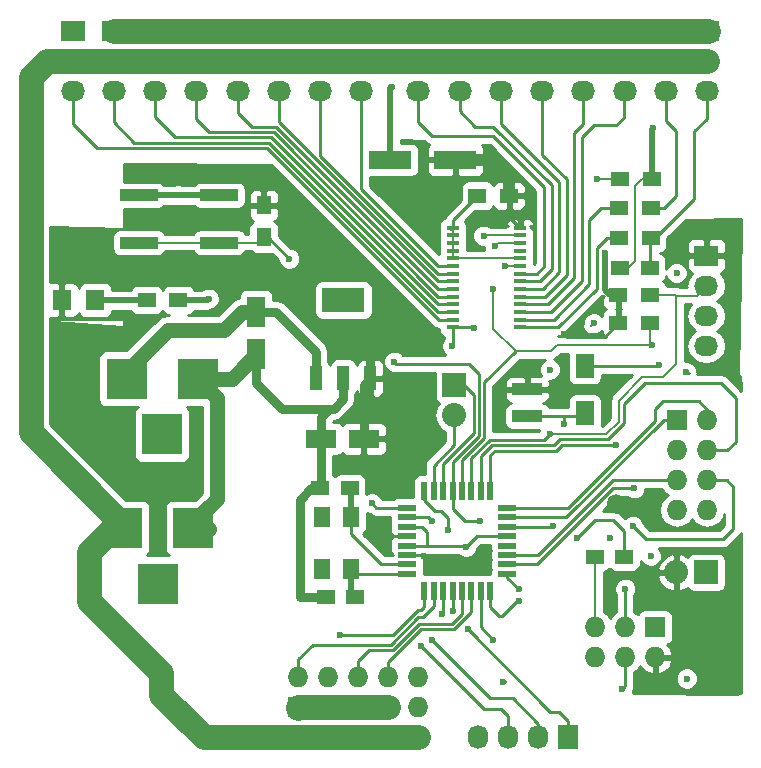
<source format=gbr>
G04 #@! TF.FileFunction,Copper,L1,Top,Signal*
%FSLAX46Y46*%
G04 Gerber Fmt 4.6, Leading zero omitted, Abs format (unit mm)*
G04 Created by KiCad (PCBNEW 4.0.0-rc2-stable) date 7/13/2016 8:06:36 PM*
%MOMM*%
G01*
G04 APERTURE LIST*
%ADD10C,0.100000*%
%ADD11R,1.600200X2.600960*%
%ADD12R,2.600960X1.600200*%
%ADD13R,1.600000X2.000000*%
%ADD14R,1.500000X1.250000*%
%ADD15R,3.599180X1.600200*%
%ADD16R,1.597660X1.800860*%
%ADD17R,2.540000X1.021080*%
%ADD18R,3.500120X3.500120*%
%ADD19R,2.032000X2.032000*%
%ADD20O,2.032000X2.032000*%
%ADD21R,1.727200X2.032000*%
%ADD22O,1.727200X2.032000*%
%ADD23R,1.727200X1.727200*%
%ADD24O,1.727200X1.727200*%
%ADD25R,1.100000X0.400000*%
%ADD26R,3.200000X1.000000*%
%ADD27R,1.399540X1.800860*%
%ADD28R,2.032000X1.727200*%
%ADD29O,2.032000X1.727200*%
%ADD30R,1.300000X1.500000*%
%ADD31R,1.500000X1.300000*%
%ADD32R,3.657600X2.032000*%
%ADD33R,1.016000X2.032000*%
%ADD34R,1.600000X0.550000*%
%ADD35R,0.550000X1.600000*%
%ADD36C,0.600000*%
%ADD37C,1.500000*%
%ADD38C,0.500000*%
%ADD39C,0.200000*%
%ADD40C,0.250000*%
%ADD41C,0.750000*%
%ADD42C,1.250000*%
%ADD43C,2.100000*%
%ADD44C,1.000000*%
%ADD45C,0.150000*%
%ADD46C,0.254000*%
G04 APERTURE END LIST*
D10*
D11*
X169545000Y-58206640D03*
X169545000Y-61808360D03*
D12*
X178648360Y-68961000D03*
X175046640Y-68961000D03*
D13*
X197358000Y-66770000D03*
X197358000Y-62770000D03*
D14*
X202862500Y-54483000D03*
X200362500Y-54483000D03*
D15*
X186392820Y-45339000D03*
X180891180Y-45339000D03*
D16*
X153075640Y-57213500D03*
X155915360Y-57213500D03*
D17*
X192468500Y-67058540D03*
X192468500Y-64767460D03*
D18*
X164569140Y-63881000D03*
X158569660Y-63881000D03*
X161569400Y-68580000D03*
D19*
X207645000Y-80264000D03*
D20*
X205105000Y-80264000D03*
D18*
X164188140Y-76517500D03*
X158188660Y-76517500D03*
X161188400Y-81216500D03*
D19*
X186309000Y-64389000D03*
D20*
X186309000Y-66929000D03*
D21*
X173101000Y-94234000D03*
D22*
X175641000Y-94234000D03*
X178181000Y-94234000D03*
X180721000Y-94234000D03*
X183261000Y-94234000D03*
D21*
X195961000Y-94234000D03*
D22*
X193421000Y-94234000D03*
X190881000Y-94234000D03*
X188341000Y-94234000D03*
D23*
X203327000Y-84899500D03*
D24*
X203327000Y-87439500D03*
X200787000Y-84899500D03*
X200787000Y-87439500D03*
X198247000Y-84899500D03*
X198247000Y-87439500D03*
D25*
X186189500Y-51083500D03*
X186189500Y-51733500D03*
X186189500Y-52383500D03*
X186189500Y-53033500D03*
X186189500Y-53683500D03*
X186189500Y-54333500D03*
X186189500Y-54983500D03*
X186189500Y-55633500D03*
X186189500Y-56283500D03*
X186189500Y-56933500D03*
X186189500Y-57583500D03*
X186189500Y-58233500D03*
X186189500Y-58883500D03*
X186189500Y-59533500D03*
X191889500Y-59533500D03*
X191889500Y-58883500D03*
X191889500Y-58233500D03*
X191889500Y-57583500D03*
X191889500Y-56933500D03*
X191889500Y-56283500D03*
X191889500Y-55633500D03*
X191889500Y-54983500D03*
X191889500Y-54333500D03*
X191889500Y-53683500D03*
X191889500Y-53033500D03*
X191889500Y-52383500D03*
X191889500Y-51733500D03*
X191889500Y-51083500D03*
D26*
X159604500Y-52355500D03*
X166404500Y-52355500D03*
X166404500Y-48355500D03*
X159604500Y-48355500D03*
D27*
X177538380Y-79987140D03*
X177538380Y-75587860D03*
X175140620Y-75587860D03*
X175140620Y-79987140D03*
D28*
X207645000Y-53467000D03*
D29*
X207645000Y-56007000D03*
X207645000Y-58547000D03*
X207645000Y-61087000D03*
D28*
X174942500Y-34417000D03*
D29*
X174942500Y-36957000D03*
X174942500Y-39497000D03*
D28*
X178435000Y-34417000D03*
D29*
X178435000Y-36957000D03*
X178435000Y-39497000D03*
D28*
X171450000Y-34417000D03*
D29*
X171450000Y-36957000D03*
X171450000Y-39497000D03*
D28*
X167957500Y-34417000D03*
D29*
X167957500Y-36957000D03*
X167957500Y-39497000D03*
D28*
X164465000Y-34417000D03*
D29*
X164465000Y-36957000D03*
X164465000Y-39497000D03*
D28*
X160972500Y-34417000D03*
D29*
X160972500Y-36957000D03*
X160972500Y-39497000D03*
D28*
X157480000Y-34417000D03*
D29*
X157480000Y-36957000D03*
X157480000Y-39497000D03*
D28*
X153987500Y-34417000D03*
D29*
X153987500Y-36957000D03*
X153987500Y-39497000D03*
D28*
X207708500Y-34417000D03*
D29*
X207708500Y-36957000D03*
X207708500Y-39497000D03*
D28*
X204216000Y-34417000D03*
D29*
X204216000Y-36957000D03*
X204216000Y-39497000D03*
D28*
X200723500Y-34417000D03*
D29*
X200723500Y-36957000D03*
X200723500Y-39497000D03*
D28*
X197231000Y-34417000D03*
D29*
X197231000Y-36957000D03*
X197231000Y-39497000D03*
D28*
X193738500Y-34417000D03*
D29*
X193738500Y-36957000D03*
X193738500Y-39497000D03*
D28*
X190246000Y-34417000D03*
D29*
X190246000Y-36957000D03*
X190246000Y-39497000D03*
D28*
X186753500Y-34417000D03*
D29*
X186753500Y-36957000D03*
X186753500Y-39497000D03*
D28*
X183261000Y-34417000D03*
D29*
X183261000Y-36957000D03*
X183261000Y-39497000D03*
D30*
X170180000Y-49196000D03*
X170180000Y-51896000D03*
D14*
X174962500Y-73152000D03*
X177462500Y-73152000D03*
X177907000Y-82359500D03*
X175407000Y-82359500D03*
X200703500Y-78930500D03*
X198203500Y-78930500D03*
D31*
X160257500Y-57213500D03*
X162957500Y-57213500D03*
X200199000Y-56769000D03*
X202899000Y-56769000D03*
X200199000Y-59182000D03*
X202899000Y-59182000D03*
X188261000Y-48387000D03*
X190961000Y-48387000D03*
X202962500Y-49403000D03*
X200262500Y-49403000D03*
X202962500Y-51943000D03*
X200262500Y-51943000D03*
X203026000Y-46990000D03*
X200326000Y-46990000D03*
D23*
X173101000Y-91694000D03*
D24*
X173101000Y-89154000D03*
X175641000Y-91694000D03*
X175641000Y-89154000D03*
X178181000Y-91694000D03*
X178181000Y-89154000D03*
X180721000Y-91694000D03*
X180721000Y-89154000D03*
X183261000Y-91694000D03*
X183261000Y-89154000D03*
D23*
X205168500Y-67373500D03*
D24*
X207708500Y-67373500D03*
X205168500Y-69913500D03*
X207708500Y-69913500D03*
X205168500Y-72453500D03*
X207708500Y-72453500D03*
X205168500Y-74993500D03*
X207708500Y-74993500D03*
D32*
X176911000Y-57213500D03*
D33*
X176911000Y-63817500D03*
X179197000Y-63817500D03*
X174625000Y-63817500D03*
D34*
X182313000Y-74797000D03*
X182313000Y-75597000D03*
X182313000Y-76397000D03*
X182313000Y-77197000D03*
X182313000Y-77997000D03*
X182313000Y-78797000D03*
X182313000Y-79597000D03*
X182313000Y-80397000D03*
D35*
X183763000Y-81847000D03*
X184563000Y-81847000D03*
X185363000Y-81847000D03*
X186163000Y-81847000D03*
X186963000Y-81847000D03*
X187763000Y-81847000D03*
X188563000Y-81847000D03*
X189363000Y-81847000D03*
D34*
X190813000Y-80397000D03*
X190813000Y-79597000D03*
X190813000Y-78797000D03*
X190813000Y-77997000D03*
X190813000Y-77197000D03*
X190813000Y-76397000D03*
X190813000Y-75597000D03*
X190813000Y-74797000D03*
D35*
X189363000Y-73347000D03*
X188563000Y-73347000D03*
X187763000Y-73347000D03*
X186963000Y-73347000D03*
X186163000Y-73347000D03*
X185363000Y-73347000D03*
X184563000Y-73347000D03*
X183763000Y-73347000D03*
D36*
X205994000Y-89255600D03*
X190449200Y-89560400D03*
X194411600Y-63093600D03*
X205130400Y-54914800D03*
X198120000Y-59182000D03*
X199517000Y-77343000D03*
X202946000Y-78867000D03*
X187325000Y-78105000D03*
X205943200Y-63296800D03*
X203657200Y-62738000D03*
X188010800Y-59537600D03*
X186131200Y-61112400D03*
X165506400Y-57099200D03*
X162915600Y-48355500D03*
X203149200Y-42672000D03*
X181000400Y-39166800D03*
D37*
X200025000Y-74422000D03*
D36*
X183769000Y-78867000D03*
X179705000Y-77343000D03*
X182118000Y-68580000D03*
X195630800Y-60096400D03*
X192735200Y-62636400D03*
X199085200Y-53238400D03*
X190195200Y-46126400D03*
X205333600Y-52019200D03*
X181356000Y-60642500D03*
X183515000Y-48895000D03*
X195580000Y-67691000D03*
X201549000Y-73152000D03*
X172339000Y-53721000D03*
X181229000Y-62420500D03*
X196723000Y-77343000D03*
X188468000Y-75946000D03*
X179324000Y-74422000D03*
X184404000Y-75946000D03*
X183515000Y-86487000D03*
X176657000Y-85598000D03*
X185293000Y-83820000D03*
X186182000Y-83566000D03*
X187452000Y-85090000D03*
X200533000Y-90170000D03*
X189611000Y-85979000D03*
X191770000Y-82677000D03*
X200787000Y-81661000D03*
X191770000Y-81661000D03*
X201422000Y-76327000D03*
X194691000Y-76327000D03*
X199961500Y-69469000D03*
X194373500Y-68580000D03*
X188785500Y-51752500D03*
X189738000Y-52641500D03*
X189611000Y-56261000D03*
X203009500Y-61023500D03*
X184404000Y-85979000D03*
X185801000Y-76708000D03*
X198374000Y-46990000D03*
X190563500Y-54356000D03*
D38*
X190500000Y-89509600D02*
X190449200Y-89560400D01*
D39*
X194462400Y-63296800D02*
X194462400Y-63144400D01*
X194462400Y-63144400D02*
X194411600Y-63093600D01*
X197866000Y-59385200D02*
X197916800Y-59385200D01*
X197916800Y-59385200D02*
X198120000Y-59182000D01*
D40*
X203073000Y-78867000D02*
X202946000Y-78867000D01*
D41*
X174625000Y-63817500D02*
X174625000Y-61595000D01*
X171236640Y-58206640D02*
X169545000Y-58206640D01*
X174625000Y-61595000D02*
X171236640Y-58206640D01*
D42*
X158569660Y-63235840D02*
X162052000Y-59753500D01*
X168361360Y-58206640D02*
X169545000Y-58206640D01*
X166814500Y-59753500D02*
X168361360Y-58206640D01*
X162052000Y-59753500D02*
X166814500Y-59753500D01*
X158569660Y-63881000D02*
X158569660Y-63235840D01*
D43*
X180721000Y-91694000D02*
X178181000Y-91694000D01*
X178181000Y-91694000D02*
X175641000Y-91694000D01*
X175641000Y-91694000D02*
X173101000Y-91694000D01*
X173101000Y-91694000D02*
X173037500Y-91757500D01*
D40*
X182313000Y-76397000D02*
X183585000Y-76397000D01*
X184023000Y-76835000D02*
X184023000Y-77997000D01*
X183585000Y-76397000D02*
X184023000Y-76835000D01*
X190813000Y-77197000D02*
X188233000Y-77197000D01*
X187217000Y-77997000D02*
X184023000Y-77997000D01*
X184023000Y-77997000D02*
X182313000Y-77997000D01*
X187217000Y-77997000D02*
X187325000Y-78105000D01*
X188233000Y-77197000D02*
X187325000Y-78105000D01*
X197358000Y-62770000D02*
X203625200Y-62770000D01*
X205994000Y-63347600D02*
X206146400Y-63347600D01*
X205943200Y-63296800D02*
X205994000Y-63347600D01*
X203625200Y-62770000D02*
X203657200Y-62738000D01*
X186189500Y-59533500D02*
X188006700Y-59533500D01*
X188006700Y-59533500D02*
X188010800Y-59537600D01*
X186189500Y-59533500D02*
X186189500Y-61054100D01*
X186189500Y-61054100D02*
X186131200Y-61112400D01*
D38*
X162957500Y-57213500D02*
X165392100Y-57213500D01*
X165392100Y-57213500D02*
X165506400Y-57099200D01*
X166404500Y-48355500D02*
X162915600Y-48355500D01*
X162915600Y-48355500D02*
X159604500Y-48355500D01*
D39*
X200362500Y-54483000D02*
X201041000Y-54483000D01*
X201041000Y-54483000D02*
X201625200Y-53898800D01*
X201625200Y-53898800D02*
X201625200Y-47548800D01*
X201625200Y-47548800D02*
X202184000Y-46990000D01*
X202184000Y-46990000D02*
X203026000Y-46990000D01*
D38*
X203026000Y-46990000D02*
X203026000Y-42795200D01*
X203026000Y-42795200D02*
X203149200Y-42672000D01*
X180891180Y-45339000D02*
X180891180Y-39276020D01*
X180891180Y-39276020D02*
X181000400Y-39166800D01*
D43*
X157480000Y-34417000D02*
X160972500Y-34417000D01*
X160972500Y-34417000D02*
X164465000Y-34417000D01*
X164465000Y-34417000D02*
X167957500Y-34417000D01*
X167957500Y-34417000D02*
X171450000Y-34417000D01*
X171450000Y-34417000D02*
X174942500Y-34417000D01*
X174942500Y-34417000D02*
X178435000Y-34417000D01*
X178435000Y-34417000D02*
X183261000Y-34417000D01*
X183261000Y-34417000D02*
X186753500Y-34417000D01*
X186753500Y-34417000D02*
X190246000Y-34417000D01*
X190246000Y-34417000D02*
X193738500Y-34417000D01*
X193738500Y-34417000D02*
X197231000Y-34417000D01*
X197231000Y-34417000D02*
X200723500Y-34417000D01*
X200723500Y-34417000D02*
X204216000Y-34417000D01*
X204216000Y-34417000D02*
X207772000Y-34417000D01*
D41*
X175407000Y-82359500D02*
X173228000Y-82359500D01*
X174180500Y-73152000D02*
X174962500Y-73152000D01*
X173228000Y-74104500D02*
X174180500Y-73152000D01*
X173228000Y-82359500D02*
X173228000Y-74104500D01*
X175046640Y-68961000D02*
X175046640Y-73067860D01*
X175046640Y-73067860D02*
X174962500Y-73152000D01*
X175046640Y-68961000D02*
X175046640Y-67078860D01*
X175046640Y-67078860D02*
X175704500Y-66421000D01*
X169545000Y-61808360D02*
X169545000Y-64262000D01*
X176911000Y-65595500D02*
X176911000Y-63817500D01*
X176085500Y-66421000D02*
X176911000Y-65595500D01*
X171704000Y-66421000D02*
X175704500Y-66421000D01*
X175704500Y-66421000D02*
X176085500Y-66421000D01*
X169545000Y-64262000D02*
X171704000Y-66421000D01*
D42*
X164696140Y-75524360D02*
X166179500Y-74041000D01*
X166179500Y-74041000D02*
X166179500Y-65491360D01*
X164696140Y-76581000D02*
X165544500Y-76581000D01*
X164696140Y-76581000D02*
X164696140Y-75524360D01*
X166179500Y-65491360D02*
X164569140Y-63881000D01*
X164569140Y-63881000D02*
X167472360Y-63881000D01*
X167472360Y-63881000D02*
X169545000Y-61808360D01*
D40*
X182313000Y-78797000D02*
X183699000Y-78797000D01*
X183699000Y-78797000D02*
X183769000Y-78867000D01*
X179851000Y-77197000D02*
X182313000Y-77197000D01*
X179705000Y-77343000D02*
X179851000Y-77197000D01*
X192468500Y-64767460D02*
X192468500Y-62903100D01*
X199030600Y-60350400D02*
X200199000Y-59182000D01*
X195884800Y-60350400D02*
X199030600Y-60350400D01*
X195630800Y-60096400D02*
X195884800Y-60350400D01*
X192468500Y-62903100D02*
X192735200Y-62636400D01*
D38*
X200199000Y-56769000D02*
X199466200Y-56769000D01*
X199466200Y-56769000D02*
X199085200Y-56388000D01*
X199085200Y-56388000D02*
X199085200Y-53238400D01*
D41*
X205384400Y-51968400D02*
X205333600Y-52019200D01*
X190195200Y-46126400D02*
X190169800Y-46151800D01*
X190169800Y-46151800D02*
X190195200Y-46126400D01*
X190195200Y-46126400D02*
X190195200Y-46177200D01*
X179197000Y-63817500D02*
X179197000Y-62039500D01*
X179197000Y-62039500D02*
X180594000Y-60642500D01*
X180594000Y-60642500D02*
X181356000Y-60642500D01*
X183515000Y-48895000D02*
X183578500Y-48831500D01*
X178648360Y-68961000D02*
X178648360Y-64366140D01*
X178648360Y-64366140D02*
X179197000Y-63817500D01*
D40*
X190961000Y-48387000D02*
X190961000Y-50155000D01*
X190961000Y-50155000D02*
X191889500Y-51083500D01*
D44*
X186392820Y-45339000D02*
X189357000Y-45339000D01*
X190961000Y-46943000D02*
X190961000Y-48387000D01*
X189357000Y-45339000D02*
X190195200Y-46177200D01*
X190195200Y-46177200D02*
X190961000Y-46943000D01*
D40*
X190813000Y-79597000D02*
X193326000Y-79597000D01*
X195580000Y-67691000D02*
X195580000Y-67058540D01*
X199771000Y-73152000D02*
X201549000Y-73152000D01*
X193326000Y-79597000D02*
X199771000Y-73152000D01*
X195580000Y-67058540D02*
X195580000Y-67183000D01*
X195580000Y-67183000D02*
X195580000Y-67058540D01*
X192468500Y-67058540D02*
X195580000Y-67058540D01*
X195580000Y-67058540D02*
X197069460Y-67058540D01*
X197069460Y-67058540D02*
X197358000Y-66770000D01*
D39*
X192468500Y-67058540D02*
X191462660Y-67058540D01*
X197069460Y-67058540D02*
X197358000Y-66770000D01*
D40*
X182313000Y-79597000D02*
X180117500Y-79597000D01*
X177538380Y-77017880D02*
X177538380Y-75587860D01*
X180117500Y-79597000D02*
X177538380Y-77017880D01*
X177749520Y-75799000D02*
X177538380Y-75587860D01*
D38*
X177538380Y-75587860D02*
X177538380Y-73227880D01*
X177538380Y-73227880D02*
X177462500Y-73152000D01*
D40*
X182313000Y-80397000D02*
X177948240Y-80397000D01*
X177948240Y-80397000D02*
X177538380Y-79987140D01*
D38*
X177538380Y-79987140D02*
X177538380Y-81990880D01*
X177538380Y-81990880D02*
X177907000Y-82359500D01*
D40*
X186163000Y-73347000D02*
X186163000Y-70948500D01*
X172339000Y-53721000D02*
X170514000Y-51896000D01*
X181229000Y-62484000D02*
X181229000Y-62420500D01*
X181356000Y-62611000D02*
X181229000Y-62484000D01*
X187515500Y-62611000D02*
X181356000Y-62611000D01*
X188410002Y-63505502D02*
X187515500Y-62611000D01*
X188410002Y-68701498D02*
X188410002Y-63505502D01*
X186163000Y-70948500D02*
X188410002Y-68701498D01*
X170514000Y-51896000D02*
X170180000Y-51896000D01*
X186163000Y-73347000D02*
X186163000Y-74911000D01*
X200703500Y-76751500D02*
X200703500Y-78930500D01*
X199771000Y-75819000D02*
X200703500Y-76751500D01*
X198247000Y-75819000D02*
X199771000Y-75819000D01*
X196723000Y-77343000D02*
X198247000Y-75819000D01*
X187198000Y-75946000D02*
X188468000Y-75946000D01*
X186163000Y-74911000D02*
X187198000Y-75946000D01*
D39*
X170260000Y-51896000D02*
X170180000Y-51896000D01*
X159604500Y-52355500D02*
X166404500Y-52355500D01*
X166404500Y-52355500D02*
X169720500Y-52355500D01*
X169720500Y-52355500D02*
X170180000Y-51896000D01*
X198247000Y-84899500D02*
X198247000Y-78974000D01*
X198247000Y-78974000D02*
X198203500Y-78930500D01*
D40*
X202962500Y-51943000D02*
X203327000Y-51943000D01*
X203327000Y-51943000D02*
X206629000Y-48641000D01*
X207708500Y-41846500D02*
X207708500Y-39497000D01*
X206629000Y-42926000D02*
X207708500Y-41846500D01*
X206629000Y-48641000D02*
X206629000Y-42926000D01*
X202862500Y-54483000D02*
X202862500Y-52043000D01*
X202862500Y-52043000D02*
X202962500Y-51943000D01*
D38*
X155915360Y-57213500D02*
X160257500Y-57213500D01*
D40*
X182313000Y-74797000D02*
X179699000Y-74797000D01*
X179699000Y-74797000D02*
X179324000Y-74422000D01*
X190881000Y-94234000D02*
X190881000Y-92456000D01*
X184055000Y-75597000D02*
X182313000Y-75597000D01*
X184404000Y-75946000D02*
X184055000Y-75597000D01*
X188849000Y-91821000D02*
X183515000Y-86487000D01*
X190246000Y-91821000D02*
X188849000Y-91821000D01*
X190881000Y-92456000D02*
X190246000Y-91821000D01*
X183763000Y-81847000D02*
X183763000Y-83191000D01*
X181097806Y-85598000D02*
X176657000Y-85598000D01*
X183256806Y-83439000D02*
X181097806Y-85598000D01*
X183515000Y-83439000D02*
X183256806Y-83439000D01*
X183763000Y-83191000D02*
X183515000Y-83439000D01*
X173101000Y-89154000D02*
X173101000Y-88138000D01*
X184563000Y-81847000D02*
X184563000Y-83153000D01*
X173101000Y-87630000D02*
X173101000Y-88138000D01*
X173101000Y-88138000D02*
X173101000Y-88963500D01*
X174313002Y-86417998D02*
X173101000Y-87630000D01*
X180914206Y-86417998D02*
X174313002Y-86417998D01*
X183258204Y-84074000D02*
X180914206Y-86417998D01*
X183642000Y-84074000D02*
X183258204Y-84074000D01*
X184563000Y-83153000D02*
X183642000Y-84074000D01*
X185363000Y-81847000D02*
X185363000Y-83750000D01*
X185363000Y-83750000D02*
X185293000Y-83820000D01*
X195961000Y-94234000D02*
X195961000Y-92837000D01*
X186163000Y-83547000D02*
X186163000Y-81847000D01*
X186182000Y-83566000D02*
X186163000Y-83547000D01*
X194437000Y-92075000D02*
X187452000Y-85090000D01*
X195199000Y-92075000D02*
X194437000Y-92075000D01*
X195961000Y-92837000D02*
X195199000Y-92075000D01*
X178181000Y-89154000D02*
X178181000Y-88201500D01*
X186963000Y-81847000D02*
X186963000Y-83799602D01*
X178181000Y-87757000D02*
X178181000Y-88201500D01*
X178181000Y-88201500D02*
X178181000Y-88963500D01*
X179070000Y-86868000D02*
X178181000Y-87757000D01*
X181100602Y-86868000D02*
X179070000Y-86868000D01*
X183328604Y-84639998D02*
X181100602Y-86868000D01*
X186122604Y-84639998D02*
X183328604Y-84639998D01*
X186963000Y-83799602D02*
X186122604Y-84639998D01*
D45*
X178181000Y-88646000D02*
X178181000Y-88265000D01*
D40*
X180721000Y-89154000D02*
X180721000Y-88201500D01*
X187763000Y-81847000D02*
X187763000Y-83636000D01*
X180721000Y-87884000D02*
X180721000Y-88201500D01*
X180721000Y-88201500D02*
X180721000Y-88963500D01*
X183515000Y-85090000D02*
X180721000Y-87884000D01*
X186309000Y-85090000D02*
X183515000Y-85090000D01*
X187763000Y-83636000D02*
X186309000Y-85090000D01*
X188563000Y-81847000D02*
X188563000Y-84931000D01*
X200787000Y-89916000D02*
X200787000Y-87439500D01*
X200533000Y-90170000D02*
X200787000Y-89916000D01*
X188563000Y-84931000D02*
X189611000Y-85979000D01*
X189363000Y-81847000D02*
X189363000Y-83191000D01*
X191643000Y-82677000D02*
X191770000Y-82677000D01*
X190373000Y-83947000D02*
X191643000Y-82677000D01*
X190119000Y-83947000D02*
X190373000Y-83947000D01*
X189363000Y-83191000D02*
X190119000Y-83947000D01*
X200787000Y-81661000D02*
X200787000Y-84899500D01*
X190813000Y-80704000D02*
X191770000Y-81661000D01*
X190813000Y-80397000D02*
X190813000Y-80704000D01*
X190813000Y-78797000D02*
X193364000Y-78797000D01*
X199707500Y-72453500D02*
X205168500Y-72453500D01*
X193364000Y-78797000D02*
X199707500Y-72453500D01*
X190813000Y-76397000D02*
X194621000Y-76397000D01*
X209359500Y-72453500D02*
X207708500Y-72453500D01*
X209931000Y-73025000D02*
X209359500Y-72453500D01*
X209931000Y-76581000D02*
X209931000Y-73025000D01*
X209042000Y-77470000D02*
X209931000Y-76581000D01*
X202565000Y-77470000D02*
X209042000Y-77470000D01*
X201422000Y-76327000D02*
X202565000Y-77470000D01*
X194621000Y-76397000D02*
X194691000Y-76327000D01*
X190813000Y-75597000D02*
X195802000Y-75597000D01*
X204025500Y-67373500D02*
X205168500Y-67373500D01*
X195802000Y-75597000D02*
X204025500Y-67373500D01*
D39*
X205041500Y-67500500D02*
X205168500Y-67373500D01*
D40*
X190813000Y-74797000D02*
X195965602Y-74797000D01*
X207708500Y-66484500D02*
X207708500Y-67373500D01*
X207010000Y-65786000D02*
X207708500Y-66484500D01*
X203962000Y-65786000D02*
X207010000Y-65786000D01*
X203327000Y-66421000D02*
X203962000Y-65786000D01*
X203327000Y-67435602D02*
X203327000Y-66421000D01*
X195965602Y-74797000D02*
X203327000Y-67435602D01*
X189363000Y-73347000D02*
X189363000Y-70349294D01*
X199947504Y-69455004D02*
X199961500Y-69469000D01*
X195448896Y-69455004D02*
X199947504Y-69455004D01*
X194929606Y-69974294D02*
X195448896Y-69455004D01*
X189738000Y-69974294D02*
X194929606Y-69974294D01*
X189363000Y-70349294D02*
X189738000Y-69974294D01*
X188563000Y-73347000D02*
X188563000Y-70457694D01*
X209423000Y-69913500D02*
X207708500Y-69913500D01*
X210121500Y-69215000D02*
X209423000Y-69913500D01*
X210121500Y-65468500D02*
X210121500Y-69215000D01*
X208915000Y-64262000D02*
X210121500Y-65468500D01*
X204006002Y-64262000D02*
X208915000Y-64262000D01*
X203942502Y-64198500D02*
X204006002Y-64262000D01*
X202438000Y-64198500D02*
X203942502Y-64198500D01*
X200660000Y-65976500D02*
X202438000Y-64198500D01*
X200660000Y-67657044D02*
X200660000Y-65976500D01*
X199312042Y-69005002D02*
X200660000Y-67657044D01*
X195262500Y-69005002D02*
X199312042Y-69005002D01*
X194743210Y-69524292D02*
X195262500Y-69005002D01*
X189496402Y-69524292D02*
X194743210Y-69524292D01*
X188563000Y-70457694D02*
X189496402Y-69524292D01*
X187763000Y-73347000D02*
X187763000Y-70621296D01*
X193879210Y-69074290D02*
X194373500Y-68580000D01*
X189310006Y-69074290D02*
X193879210Y-69074290D01*
X187763000Y-70621296D02*
X189310006Y-69074290D01*
D39*
X191889500Y-51733500D02*
X188804500Y-51733500D01*
X188785500Y-51752500D02*
X188804500Y-51733500D01*
X205105000Y-56832500D02*
X206819500Y-56832500D01*
X206819500Y-56832500D02*
X207645000Y-56007000D01*
X202899000Y-56769000D02*
X205041500Y-56769000D01*
X205041500Y-56769000D02*
X205105000Y-56832500D01*
X194373500Y-68580000D02*
X199136000Y-68580000D01*
X205105000Y-56832500D02*
X205168500Y-56769000D01*
X205105000Y-62611000D02*
X205105000Y-56832500D01*
X203962000Y-63754000D02*
X205105000Y-62611000D01*
X202184000Y-63754000D02*
X203962000Y-63754000D01*
X200215500Y-65722500D02*
X202184000Y-63754000D01*
X200215500Y-67500500D02*
X200215500Y-65722500D01*
X199136000Y-68580000D02*
X200215500Y-67500500D01*
D40*
X186963000Y-73347000D02*
X186963000Y-70784898D01*
X188860004Y-64187496D02*
X191516000Y-61531500D01*
X188860004Y-68887894D02*
X188860004Y-64187496D01*
X186963000Y-70784898D02*
X188860004Y-68887894D01*
D39*
X191516000Y-61531500D02*
X189611000Y-59626500D01*
X189996000Y-52383500D02*
X191889500Y-52383500D01*
X189738000Y-52641500D02*
X189996000Y-52383500D01*
X189611000Y-59626500D02*
X189611000Y-56261000D01*
X202899000Y-60913000D02*
X202899000Y-59182000D01*
X203009500Y-61023500D02*
X202899000Y-60913000D01*
X195008500Y-61023500D02*
X203009500Y-61023500D01*
X194500500Y-61531500D02*
X195008500Y-61023500D01*
X191516000Y-61531500D02*
X194500500Y-61531500D01*
D40*
X185363000Y-73347000D02*
X185363000Y-71083956D01*
X187960000Y-65214500D02*
X187134500Y-64389000D01*
X187960000Y-68486956D02*
X187960000Y-65214500D01*
X185363000Y-71083956D02*
X187960000Y-68486956D01*
X187134500Y-64389000D02*
X186309000Y-64389000D01*
X184563000Y-73347000D02*
X184563000Y-71247558D01*
X186309000Y-69501558D02*
X186309000Y-66929000D01*
X184563000Y-71247558D02*
X186309000Y-69501558D01*
X186138500Y-67099500D02*
X186309000Y-66929000D01*
X183763000Y-73347000D02*
X183763000Y-74162000D01*
X193421000Y-93091000D02*
X193421000Y-94234000D01*
X191262000Y-90932000D02*
X193421000Y-93091000D01*
X189357000Y-90932000D02*
X191262000Y-90932000D01*
X184404000Y-85979000D02*
X189357000Y-90932000D01*
X185801000Y-75692000D02*
X185801000Y-76708000D01*
X185166000Y-75057000D02*
X185801000Y-75692000D01*
X184658000Y-75057000D02*
X185166000Y-75057000D01*
X183763000Y-74162000D02*
X184658000Y-75057000D01*
D43*
X150431500Y-38354000D02*
X151828500Y-36957000D01*
X151828500Y-36957000D02*
X153987500Y-36957000D01*
X158188660Y-76517500D02*
X157416500Y-76517500D01*
X157416500Y-76517500D02*
X155397200Y-78536800D01*
X165100000Y-94234000D02*
X173101000Y-94234000D01*
X161493200Y-90627200D02*
X165100000Y-94234000D01*
X161493200Y-88747600D02*
X161493200Y-90627200D01*
X155397200Y-82651600D02*
X161493200Y-88747600D01*
X155397200Y-78536800D02*
X155397200Y-82651600D01*
X158188660Y-76517500D02*
X158188660Y-76146660D01*
X158188660Y-76146660D02*
X150431500Y-68389500D01*
X151828500Y-36957000D02*
X153987500Y-36957000D01*
X150431500Y-38354000D02*
X151828500Y-36957000D01*
X150431500Y-68389500D02*
X150431500Y-38354000D01*
X204216000Y-36957000D02*
X207708500Y-36957000D01*
X173101000Y-94234000D02*
X175641000Y-94234000D01*
X175641000Y-94234000D02*
X178181000Y-94234000D01*
X178181000Y-94234000D02*
X180721000Y-94234000D01*
X180721000Y-94234000D02*
X183261000Y-94234000D01*
X158188660Y-76517500D02*
X158188660Y-76400660D01*
X153987500Y-36957000D02*
X157480000Y-36957000D01*
X157480000Y-36957000D02*
X160972500Y-36957000D01*
X160972500Y-36957000D02*
X164465000Y-36957000D01*
X164465000Y-36957000D02*
X167957500Y-36957000D01*
X167957500Y-36957000D02*
X171450000Y-36957000D01*
X171450000Y-36957000D02*
X174942500Y-36957000D01*
X174942500Y-36957000D02*
X178435000Y-36957000D01*
X178435000Y-36957000D02*
X183261000Y-36957000D01*
X183261000Y-36957000D02*
X186753500Y-36957000D01*
X186753500Y-36957000D02*
X190246000Y-36957000D01*
X190246000Y-36957000D02*
X193738500Y-36957000D01*
X193738500Y-36957000D02*
X197231000Y-36957000D01*
X197231000Y-36957000D02*
X200723500Y-36957000D01*
X200723500Y-36957000D02*
X204216000Y-36957000D01*
D40*
X186189500Y-54333500D02*
X184919044Y-54333500D01*
X178435000Y-47849456D02*
X178435000Y-39497000D01*
X184919044Y-54333500D02*
X178435000Y-47849456D01*
X186189500Y-54983500D02*
X184904500Y-54983500D01*
X174942500Y-45021500D02*
X174942500Y-39497000D01*
X184904500Y-54983500D02*
X174942500Y-45021500D01*
X186189500Y-55633500D02*
X184918102Y-55633500D01*
X171450000Y-42165398D02*
X171450000Y-39497000D01*
X184918102Y-55633500D02*
X171450000Y-42165398D01*
X186189500Y-56283500D02*
X184931704Y-56283500D01*
X167957500Y-41338500D02*
X167957500Y-39497000D01*
X169164000Y-42545000D02*
X167957500Y-41338500D01*
X171193204Y-42545000D02*
X169164000Y-42545000D01*
X184931704Y-56283500D02*
X171193204Y-42545000D01*
X186189500Y-56933500D02*
X184945306Y-56933500D01*
X164465000Y-41910000D02*
X164465000Y-39497000D01*
X165550002Y-42995002D02*
X164465000Y-41910000D01*
X171006808Y-42995002D02*
X165550002Y-42995002D01*
X184945306Y-56933500D02*
X171006808Y-42995002D01*
X186189500Y-57583500D02*
X184958908Y-57583500D01*
X160972500Y-41719500D02*
X160972500Y-39497000D01*
X162698004Y-43445004D02*
X160972500Y-41719500D01*
X170820412Y-43445004D02*
X162698004Y-43445004D01*
X184958908Y-57583500D02*
X170820412Y-43445004D01*
X186189500Y-58233500D02*
X184972510Y-58233500D01*
X157480000Y-42164000D02*
X157480000Y-39497000D01*
X159211006Y-43895006D02*
X157480000Y-42164000D01*
X170634016Y-43895006D02*
X159211006Y-43895006D01*
X184972510Y-58233500D02*
X170634016Y-43895006D01*
X186189500Y-58883500D02*
X184986112Y-58883500D01*
X153987500Y-42291000D02*
X153987500Y-39497000D01*
X156041508Y-44345008D02*
X153987500Y-42291000D01*
X170447620Y-44345008D02*
X156041508Y-44345008D01*
X184986112Y-58883500D02*
X170447620Y-44345008D01*
X202962500Y-49403000D02*
X204089000Y-49403000D01*
X204216000Y-42037000D02*
X204216000Y-39497000D01*
X205105000Y-42926000D02*
X204216000Y-42037000D01*
X205105000Y-48387000D02*
X205105000Y-42926000D01*
X204089000Y-49403000D02*
X205105000Y-48387000D01*
X191889500Y-58233500D02*
X194496500Y-58233500D01*
X200660000Y-41783000D02*
X200660000Y-39560500D01*
X200025000Y-42418000D02*
X200660000Y-41783000D01*
X198120000Y-42418000D02*
X200025000Y-42418000D01*
X197104000Y-43434000D02*
X198120000Y-42418000D01*
X197104000Y-55626000D02*
X197104000Y-43434000D01*
X194496500Y-58233500D02*
X197104000Y-55626000D01*
X200660000Y-39560500D02*
X200723500Y-39497000D01*
X191889500Y-57583500D02*
X194257500Y-57583500D01*
X197231000Y-42291000D02*
X197231000Y-39497000D01*
X196469000Y-43053000D02*
X197231000Y-42291000D01*
X196469000Y-55372000D02*
X196469000Y-43053000D01*
X194257500Y-57583500D02*
X196469000Y-55372000D01*
X191889500Y-56933500D02*
X194018500Y-56933500D01*
X193738500Y-44894500D02*
X193738500Y-39497000D01*
X195834000Y-46990000D02*
X193738500Y-44894500D01*
X195834000Y-55118000D02*
X195834000Y-46990000D01*
X194018500Y-56933500D02*
X195834000Y-55118000D01*
X191889500Y-56283500D02*
X193779500Y-56283500D01*
X190246000Y-42291000D02*
X190246000Y-39497000D01*
X195199000Y-47244000D02*
X190246000Y-42291000D01*
X195199000Y-54864000D02*
X195199000Y-47244000D01*
X193779500Y-56283500D02*
X195199000Y-54864000D01*
X191889500Y-55633500D02*
X193540500Y-55633500D01*
X186753500Y-41211500D02*
X186753500Y-39497000D01*
X188087000Y-42545000D02*
X186753500Y-41211500D01*
X189611000Y-42545000D02*
X188087000Y-42545000D01*
X194564000Y-47498000D02*
X189611000Y-42545000D01*
X194564000Y-54610000D02*
X194564000Y-47498000D01*
X193540500Y-55633500D02*
X194564000Y-54610000D01*
X191889500Y-54983500D02*
X193301500Y-54983500D01*
X183261000Y-42164000D02*
X183261000Y-39497000D01*
X184404000Y-43307000D02*
X183261000Y-42164000D01*
X189611000Y-43307000D02*
X184404000Y-43307000D01*
X193929000Y-47625000D02*
X189611000Y-43307000D01*
X193929000Y-54356000D02*
X193929000Y-47625000D01*
X193301500Y-54983500D02*
X193929000Y-54356000D01*
X191889500Y-59533500D02*
X195101500Y-59533500D01*
X199263000Y-51943000D02*
X200262500Y-51943000D01*
X198374000Y-52832000D02*
X199263000Y-51943000D01*
X198374000Y-56261000D02*
X198374000Y-52832000D01*
X195101500Y-59533500D02*
X198374000Y-56261000D01*
X191889500Y-58883500D02*
X194735500Y-58883500D01*
X198755000Y-49403000D02*
X200262500Y-49403000D01*
X197739000Y-50419000D02*
X198755000Y-49403000D01*
X197739000Y-55880000D02*
X197739000Y-50419000D01*
X194735500Y-58883500D02*
X197739000Y-55880000D01*
D45*
X191889500Y-54333500D02*
X190649500Y-54333500D01*
X198374000Y-46990000D02*
X200326000Y-46990000D01*
X190627000Y-54356000D02*
X190563500Y-54356000D01*
X190649500Y-54333500D02*
X190627000Y-54356000D01*
D40*
X186189500Y-51083500D02*
X186189500Y-50458500D01*
X186189500Y-50458500D02*
X188261000Y-48387000D01*
D45*
X191889500Y-53683500D02*
X186189500Y-53683500D01*
X186189500Y-53683500D02*
X186189500Y-53033500D01*
X186189500Y-53033500D02*
X186189500Y-52383500D01*
X186189500Y-52383500D02*
X186189500Y-51733500D01*
X186189500Y-51733500D02*
X186189500Y-51083500D01*
X186189500Y-51083500D02*
X186028500Y-51244500D01*
D46*
G36*
X210618000Y-90500200D02*
X210413980Y-90500200D01*
X210364570Y-90510206D01*
X210322945Y-90538647D01*
X210315272Y-90550571D01*
X201403466Y-90511824D01*
X201467838Y-90356799D01*
X201467941Y-90238579D01*
X201489148Y-90206840D01*
X201547000Y-89916000D01*
X201547000Y-89440767D01*
X205058838Y-89440767D01*
X205200883Y-89784543D01*
X205463673Y-90047792D01*
X205807201Y-90190438D01*
X206179167Y-90190762D01*
X206522943Y-90048717D01*
X206786192Y-89785927D01*
X206928838Y-89442399D01*
X206929162Y-89070433D01*
X206787117Y-88726657D01*
X206524327Y-88463408D01*
X206180799Y-88320762D01*
X205808833Y-88320438D01*
X205465057Y-88462483D01*
X205201808Y-88725273D01*
X205059162Y-89068801D01*
X205058838Y-89440767D01*
X201547000Y-89440767D01*
X201547000Y-88728762D01*
X201846670Y-88528529D01*
X202062664Y-88205272D01*
X202120179Y-88327990D01*
X202552053Y-88722188D01*
X202967974Y-88894458D01*
X203200000Y-88773317D01*
X203200000Y-87566500D01*
X203454000Y-87566500D01*
X203454000Y-88773317D01*
X203686026Y-88894458D01*
X204101947Y-88722188D01*
X204533821Y-88327990D01*
X204781968Y-87798527D01*
X204661469Y-87566500D01*
X203454000Y-87566500D01*
X203200000Y-87566500D01*
X203180000Y-87566500D01*
X203180000Y-87312500D01*
X203200000Y-87312500D01*
X203200000Y-87292500D01*
X203454000Y-87292500D01*
X203454000Y-87312500D01*
X204661469Y-87312500D01*
X204781968Y-87080473D01*
X204533821Y-86551010D01*
X204347567Y-86381005D01*
X204425917Y-86366262D01*
X204642041Y-86227190D01*
X204787031Y-86014990D01*
X204838040Y-85763100D01*
X204838040Y-84035900D01*
X204793762Y-83800583D01*
X204654690Y-83584459D01*
X204442490Y-83439469D01*
X204190600Y-83388460D01*
X202463400Y-83388460D01*
X202228083Y-83432738D01*
X202011959Y-83571810D01*
X201866969Y-83784010D01*
X201858136Y-83827631D01*
X201846670Y-83810471D01*
X201547000Y-83610238D01*
X201547000Y-82223463D01*
X201579192Y-82191327D01*
X201721838Y-81847799D01*
X201722162Y-81475833D01*
X201580117Y-81132057D01*
X201317327Y-80868808D01*
X200973799Y-80726162D01*
X200601833Y-80725838D01*
X200258057Y-80867883D01*
X199994808Y-81130673D01*
X199852162Y-81474201D01*
X199851838Y-81846167D01*
X199993883Y-82189943D01*
X200027000Y-82223118D01*
X200027000Y-83610238D01*
X199727330Y-83810471D01*
X199517000Y-84125252D01*
X199306670Y-83810471D01*
X198982000Y-83593533D01*
X198982000Y-80646946D01*
X203499017Y-80646946D01*
X203767812Y-81232379D01*
X204240182Y-81670385D01*
X204722056Y-81869975D01*
X204978000Y-81750836D01*
X204978000Y-80391000D01*
X203617633Y-80391000D01*
X203499017Y-80646946D01*
X198982000Y-80646946D01*
X198982000Y-80197577D01*
X199188817Y-80158662D01*
X199404941Y-80019590D01*
X199452634Y-79949789D01*
X199489410Y-80006941D01*
X199701610Y-80151931D01*
X199953500Y-80202940D01*
X201453500Y-80202940D01*
X201688817Y-80158662D01*
X201904941Y-80019590D01*
X202049931Y-79807390D01*
X202100940Y-79555500D01*
X202100940Y-79270231D01*
X202152883Y-79395943D01*
X202415673Y-79659192D01*
X202759201Y-79801838D01*
X203131167Y-79802162D01*
X203474943Y-79660117D01*
X203706665Y-79428799D01*
X203499017Y-79881054D01*
X203617633Y-80137000D01*
X204978000Y-80137000D01*
X204978000Y-78777164D01*
X205232000Y-78777164D01*
X205232000Y-80137000D01*
X205252000Y-80137000D01*
X205252000Y-80391000D01*
X205232000Y-80391000D01*
X205232000Y-81750836D01*
X205487944Y-81869975D01*
X205969818Y-81670385D01*
X206067398Y-81579903D01*
X206164910Y-81731441D01*
X206377110Y-81876431D01*
X206629000Y-81927440D01*
X208661000Y-81927440D01*
X208896317Y-81883162D01*
X209112441Y-81744090D01*
X209257431Y-81531890D01*
X209308440Y-81280000D01*
X209308440Y-79248000D01*
X209264162Y-79012683D01*
X209125090Y-78796559D01*
X208912890Y-78651569D01*
X208661000Y-78600560D01*
X206629000Y-78600560D01*
X206393683Y-78644838D01*
X206177559Y-78783910D01*
X206066160Y-78946948D01*
X205969818Y-78857615D01*
X205487944Y-78658025D01*
X205232000Y-78777164D01*
X204978000Y-78777164D01*
X204722056Y-78658025D01*
X204240182Y-78857615D01*
X203788321Y-79276604D01*
X203880838Y-79053799D01*
X203881162Y-78681833D01*
X203739117Y-78338057D01*
X203631248Y-78230000D01*
X209042000Y-78230000D01*
X209332839Y-78172148D01*
X209579401Y-78007401D01*
X210468401Y-77118401D01*
X210618000Y-76894510D01*
X210618000Y-90500200D01*
X210618000Y-90500200D01*
G37*
X210618000Y-90500200D02*
X210413980Y-90500200D01*
X210364570Y-90510206D01*
X210322945Y-90538647D01*
X210315272Y-90550571D01*
X201403466Y-90511824D01*
X201467838Y-90356799D01*
X201467941Y-90238579D01*
X201489148Y-90206840D01*
X201547000Y-89916000D01*
X201547000Y-89440767D01*
X205058838Y-89440767D01*
X205200883Y-89784543D01*
X205463673Y-90047792D01*
X205807201Y-90190438D01*
X206179167Y-90190762D01*
X206522943Y-90048717D01*
X206786192Y-89785927D01*
X206928838Y-89442399D01*
X206929162Y-89070433D01*
X206787117Y-88726657D01*
X206524327Y-88463408D01*
X206180799Y-88320762D01*
X205808833Y-88320438D01*
X205465057Y-88462483D01*
X205201808Y-88725273D01*
X205059162Y-89068801D01*
X205058838Y-89440767D01*
X201547000Y-89440767D01*
X201547000Y-88728762D01*
X201846670Y-88528529D01*
X202062664Y-88205272D01*
X202120179Y-88327990D01*
X202552053Y-88722188D01*
X202967974Y-88894458D01*
X203200000Y-88773317D01*
X203200000Y-87566500D01*
X203454000Y-87566500D01*
X203454000Y-88773317D01*
X203686026Y-88894458D01*
X204101947Y-88722188D01*
X204533821Y-88327990D01*
X204781968Y-87798527D01*
X204661469Y-87566500D01*
X203454000Y-87566500D01*
X203200000Y-87566500D01*
X203180000Y-87566500D01*
X203180000Y-87312500D01*
X203200000Y-87312500D01*
X203200000Y-87292500D01*
X203454000Y-87292500D01*
X203454000Y-87312500D01*
X204661469Y-87312500D01*
X204781968Y-87080473D01*
X204533821Y-86551010D01*
X204347567Y-86381005D01*
X204425917Y-86366262D01*
X204642041Y-86227190D01*
X204787031Y-86014990D01*
X204838040Y-85763100D01*
X204838040Y-84035900D01*
X204793762Y-83800583D01*
X204654690Y-83584459D01*
X204442490Y-83439469D01*
X204190600Y-83388460D01*
X202463400Y-83388460D01*
X202228083Y-83432738D01*
X202011959Y-83571810D01*
X201866969Y-83784010D01*
X201858136Y-83827631D01*
X201846670Y-83810471D01*
X201547000Y-83610238D01*
X201547000Y-82223463D01*
X201579192Y-82191327D01*
X201721838Y-81847799D01*
X201722162Y-81475833D01*
X201580117Y-81132057D01*
X201317327Y-80868808D01*
X200973799Y-80726162D01*
X200601833Y-80725838D01*
X200258057Y-80867883D01*
X199994808Y-81130673D01*
X199852162Y-81474201D01*
X199851838Y-81846167D01*
X199993883Y-82189943D01*
X200027000Y-82223118D01*
X200027000Y-83610238D01*
X199727330Y-83810471D01*
X199517000Y-84125252D01*
X199306670Y-83810471D01*
X198982000Y-83593533D01*
X198982000Y-80646946D01*
X203499017Y-80646946D01*
X203767812Y-81232379D01*
X204240182Y-81670385D01*
X204722056Y-81869975D01*
X204978000Y-81750836D01*
X204978000Y-80391000D01*
X203617633Y-80391000D01*
X203499017Y-80646946D01*
X198982000Y-80646946D01*
X198982000Y-80197577D01*
X199188817Y-80158662D01*
X199404941Y-80019590D01*
X199452634Y-79949789D01*
X199489410Y-80006941D01*
X199701610Y-80151931D01*
X199953500Y-80202940D01*
X201453500Y-80202940D01*
X201688817Y-80158662D01*
X201904941Y-80019590D01*
X202049931Y-79807390D01*
X202100940Y-79555500D01*
X202100940Y-79270231D01*
X202152883Y-79395943D01*
X202415673Y-79659192D01*
X202759201Y-79801838D01*
X203131167Y-79802162D01*
X203474943Y-79660117D01*
X203706665Y-79428799D01*
X203499017Y-79881054D01*
X203617633Y-80137000D01*
X204978000Y-80137000D01*
X204978000Y-78777164D01*
X205232000Y-78777164D01*
X205232000Y-80137000D01*
X205252000Y-80137000D01*
X205252000Y-80391000D01*
X205232000Y-80391000D01*
X205232000Y-81750836D01*
X205487944Y-81869975D01*
X205969818Y-81670385D01*
X206067398Y-81579903D01*
X206164910Y-81731441D01*
X206377110Y-81876431D01*
X206629000Y-81927440D01*
X208661000Y-81927440D01*
X208896317Y-81883162D01*
X209112441Y-81744090D01*
X209257431Y-81531890D01*
X209308440Y-81280000D01*
X209308440Y-79248000D01*
X209264162Y-79012683D01*
X209125090Y-78796559D01*
X208912890Y-78651569D01*
X208661000Y-78600560D01*
X206629000Y-78600560D01*
X206393683Y-78644838D01*
X206177559Y-78783910D01*
X206066160Y-78946948D01*
X205969818Y-78857615D01*
X205487944Y-78658025D01*
X205232000Y-78777164D01*
X204978000Y-78777164D01*
X204722056Y-78658025D01*
X204240182Y-78857615D01*
X203788321Y-79276604D01*
X203880838Y-79053799D01*
X203881162Y-78681833D01*
X203739117Y-78338057D01*
X203631248Y-78230000D01*
X209042000Y-78230000D01*
X209332839Y-78172148D01*
X209579401Y-78007401D01*
X210468401Y-77118401D01*
X210618000Y-76894510D01*
X210618000Y-90500200D01*
G36*
X189365560Y-78272000D02*
X189389944Y-78401589D01*
X189365560Y-78522000D01*
X189365560Y-79072000D01*
X189389944Y-79201589D01*
X189365560Y-79322000D01*
X189365560Y-79872000D01*
X189389944Y-80001589D01*
X189365560Y-80122000D01*
X189365560Y-80399560D01*
X189088000Y-80399560D01*
X188958411Y-80423944D01*
X188838000Y-80399560D01*
X188288000Y-80399560D01*
X188158411Y-80423944D01*
X188038000Y-80399560D01*
X187488000Y-80399560D01*
X187358411Y-80423944D01*
X187238000Y-80399560D01*
X186688000Y-80399560D01*
X186558411Y-80423944D01*
X186438000Y-80399560D01*
X185888000Y-80399560D01*
X185758411Y-80423944D01*
X185638000Y-80399560D01*
X185088000Y-80399560D01*
X184958411Y-80423944D01*
X184838000Y-80399560D01*
X184288000Y-80399560D01*
X184158411Y-80423944D01*
X184038000Y-80399560D01*
X183760440Y-80399560D01*
X183760440Y-80122000D01*
X183736056Y-79992411D01*
X183760440Y-79872000D01*
X183760440Y-79322000D01*
X183740550Y-79216295D01*
X183748000Y-79198310D01*
X183748000Y-79082750D01*
X183651599Y-78986349D01*
X183577090Y-78870559D01*
X183469603Y-78797116D01*
X183531946Y-78757000D01*
X186654725Y-78757000D01*
X186794673Y-78897192D01*
X187138201Y-79039838D01*
X187510167Y-79040162D01*
X187853943Y-78898117D01*
X188117192Y-78635327D01*
X188259838Y-78291799D01*
X188259879Y-78244923D01*
X188547802Y-77957000D01*
X189365560Y-77957000D01*
X189365560Y-78272000D01*
X189365560Y-78272000D01*
G37*
X189365560Y-78272000D02*
X189389944Y-78401589D01*
X189365560Y-78522000D01*
X189365560Y-79072000D01*
X189389944Y-79201589D01*
X189365560Y-79322000D01*
X189365560Y-79872000D01*
X189389944Y-80001589D01*
X189365560Y-80122000D01*
X189365560Y-80399560D01*
X189088000Y-80399560D01*
X188958411Y-80423944D01*
X188838000Y-80399560D01*
X188288000Y-80399560D01*
X188158411Y-80423944D01*
X188038000Y-80399560D01*
X187488000Y-80399560D01*
X187358411Y-80423944D01*
X187238000Y-80399560D01*
X186688000Y-80399560D01*
X186558411Y-80423944D01*
X186438000Y-80399560D01*
X185888000Y-80399560D01*
X185758411Y-80423944D01*
X185638000Y-80399560D01*
X185088000Y-80399560D01*
X184958411Y-80423944D01*
X184838000Y-80399560D01*
X184288000Y-80399560D01*
X184158411Y-80423944D01*
X184038000Y-80399560D01*
X183760440Y-80399560D01*
X183760440Y-80122000D01*
X183736056Y-79992411D01*
X183760440Y-79872000D01*
X183760440Y-79322000D01*
X183740550Y-79216295D01*
X183748000Y-79198310D01*
X183748000Y-79082750D01*
X183651599Y-78986349D01*
X183577090Y-78870559D01*
X183469603Y-78797116D01*
X183531946Y-78757000D01*
X186654725Y-78757000D01*
X186794673Y-78897192D01*
X187138201Y-79039838D01*
X187510167Y-79040162D01*
X187853943Y-78898117D01*
X188117192Y-78635327D01*
X188259838Y-78291799D01*
X188259879Y-78244923D01*
X188547802Y-77957000D01*
X189365560Y-77957000D01*
X189365560Y-78272000D01*
G36*
X179137201Y-75356838D02*
X179195254Y-75356889D01*
X179408161Y-75499148D01*
X179699000Y-75557000D01*
X180865560Y-75557000D01*
X180865560Y-75872000D01*
X180889944Y-76001589D01*
X180865560Y-76122000D01*
X180865560Y-76672000D01*
X180885450Y-76777705D01*
X180878000Y-76795690D01*
X180878000Y-76911250D01*
X180974401Y-77007651D01*
X181048910Y-77123441D01*
X181156397Y-77196884D01*
X181061559Y-77257910D01*
X180972505Y-77388245D01*
X180878000Y-77482750D01*
X180878000Y-77598310D01*
X180886468Y-77618753D01*
X180865560Y-77722000D01*
X180865560Y-78272000D01*
X180885450Y-78377705D01*
X180878000Y-78395690D01*
X180878000Y-78511250D01*
X180974401Y-78607651D01*
X181048910Y-78723441D01*
X181156397Y-78796884D01*
X181094054Y-78837000D01*
X180432302Y-78837000D01*
X178603244Y-77007942D01*
X178689591Y-76952380D01*
X178834581Y-76740180D01*
X178885590Y-76488290D01*
X178885590Y-75252359D01*
X179137201Y-75356838D01*
X179137201Y-75356838D01*
G37*
X179137201Y-75356838D02*
X179195254Y-75356889D01*
X179408161Y-75499148D01*
X179699000Y-75557000D01*
X180865560Y-75557000D01*
X180865560Y-75872000D01*
X180889944Y-76001589D01*
X180865560Y-76122000D01*
X180865560Y-76672000D01*
X180885450Y-76777705D01*
X180878000Y-76795690D01*
X180878000Y-76911250D01*
X180974401Y-77007651D01*
X181048910Y-77123441D01*
X181156397Y-77196884D01*
X181061559Y-77257910D01*
X180972505Y-77388245D01*
X180878000Y-77482750D01*
X180878000Y-77598310D01*
X180886468Y-77618753D01*
X180865560Y-77722000D01*
X180865560Y-78272000D01*
X180885450Y-78377705D01*
X180878000Y-78395690D01*
X180878000Y-78511250D01*
X180974401Y-78607651D01*
X181048910Y-78723441D01*
X181156397Y-78796884D01*
X181094054Y-78837000D01*
X180432302Y-78837000D01*
X178603244Y-77007942D01*
X178689591Y-76952380D01*
X178834581Y-76740180D01*
X178885590Y-76488290D01*
X178885590Y-75252359D01*
X179137201Y-75356838D01*
G36*
X170764642Y-45736832D02*
X184448711Y-59420901D01*
X184695273Y-59585648D01*
X184986112Y-59643500D01*
X184992060Y-59643500D01*
X184992060Y-59733500D01*
X185036338Y-59968817D01*
X185175410Y-60184941D01*
X185387610Y-60329931D01*
X185429500Y-60338414D01*
X185429500Y-60491739D01*
X185339008Y-60582073D01*
X185196362Y-60925601D01*
X185196038Y-61297567D01*
X185338083Y-61641343D01*
X185547374Y-61851000D01*
X181981631Y-61851000D01*
X181759327Y-61628308D01*
X181415799Y-61485662D01*
X181043833Y-61485338D01*
X180700057Y-61627383D01*
X180436808Y-61890173D01*
X180294162Y-62233701D01*
X180293874Y-62563833D01*
X180243327Y-62441801D01*
X180064698Y-62263173D01*
X179831309Y-62166500D01*
X179482750Y-62166500D01*
X179324000Y-62325250D01*
X179324000Y-63690500D01*
X180181250Y-63690500D01*
X180340000Y-63531750D01*
X180340000Y-62717388D01*
X180435883Y-62949443D01*
X180698673Y-63212692D01*
X181042201Y-63355338D01*
X181278296Y-63355544D01*
X181356000Y-63371000D01*
X184645965Y-63371000D01*
X184645560Y-63373000D01*
X184645560Y-65405000D01*
X184689838Y-65640317D01*
X184828910Y-65856441D01*
X184977837Y-65958198D01*
X184751330Y-66297190D01*
X184625655Y-66929000D01*
X184751330Y-67560810D01*
X185109222Y-68096433D01*
X185549000Y-68390283D01*
X185549000Y-69186756D01*
X184025599Y-70710157D01*
X183860852Y-70956719D01*
X183803000Y-71247558D01*
X183803000Y-71899560D01*
X183488000Y-71899560D01*
X183252683Y-71943838D01*
X183036559Y-72082910D01*
X182891569Y-72295110D01*
X182840560Y-72547000D01*
X182840560Y-73874560D01*
X181513000Y-73874560D01*
X181277683Y-73918838D01*
X181094054Y-74037000D01*
X180176593Y-74037000D01*
X180117117Y-73893057D01*
X179854327Y-73629808D01*
X179510799Y-73487162D01*
X179138833Y-73486838D01*
X178859940Y-73602074D01*
X178859940Y-72527000D01*
X178815662Y-72291683D01*
X178676590Y-72075559D01*
X178464390Y-71930569D01*
X178212500Y-71879560D01*
X176712500Y-71879560D01*
X176477183Y-71923838D01*
X176261059Y-72062910D01*
X176213366Y-72132711D01*
X176176590Y-72075559D01*
X176056640Y-71993601D01*
X176056640Y-70408540D01*
X176347120Y-70408540D01*
X176582437Y-70364262D01*
X176798561Y-70225190D01*
X176845397Y-70156643D01*
X176988182Y-70299427D01*
X177221571Y-70396100D01*
X178362610Y-70396100D01*
X178521360Y-70237350D01*
X178521360Y-69088000D01*
X178775360Y-69088000D01*
X178775360Y-70237350D01*
X178934110Y-70396100D01*
X180075149Y-70396100D01*
X180308538Y-70299427D01*
X180487167Y-70120799D01*
X180583840Y-69887410D01*
X180583840Y-69246750D01*
X180425090Y-69088000D01*
X178775360Y-69088000D01*
X178521360Y-69088000D01*
X178501360Y-69088000D01*
X178501360Y-68834000D01*
X178521360Y-68834000D01*
X178521360Y-67684650D01*
X178775360Y-67684650D01*
X178775360Y-68834000D01*
X180425090Y-68834000D01*
X180583840Y-68675250D01*
X180583840Y-68034590D01*
X180487167Y-67801201D01*
X180308538Y-67622573D01*
X180075149Y-67525900D01*
X178934110Y-67525900D01*
X178775360Y-67684650D01*
X178521360Y-67684650D01*
X178362610Y-67525900D01*
X177221571Y-67525900D01*
X176988182Y-67622573D01*
X176846482Y-67764273D01*
X176811210Y-67709459D01*
X176599010Y-67564469D01*
X176347120Y-67513460D01*
X176056640Y-67513460D01*
X176056640Y-67497216D01*
X176132132Y-67421724D01*
X176472010Y-67354118D01*
X176799678Y-67135178D01*
X177625178Y-66309678D01*
X177844118Y-65982010D01*
X177921000Y-65595500D01*
X177921000Y-65223594D01*
X178015431Y-65085390D01*
X178054000Y-64894931D01*
X178054000Y-64959810D01*
X178150673Y-65193199D01*
X178329302Y-65371827D01*
X178562691Y-65468500D01*
X178911250Y-65468500D01*
X179070000Y-65309750D01*
X179070000Y-63944500D01*
X179324000Y-63944500D01*
X179324000Y-65309750D01*
X179482750Y-65468500D01*
X179831309Y-65468500D01*
X180064698Y-65371827D01*
X180243327Y-65193199D01*
X180340000Y-64959810D01*
X180340000Y-64103250D01*
X180181250Y-63944500D01*
X179324000Y-63944500D01*
X179070000Y-63944500D01*
X179050000Y-63944500D01*
X179050000Y-63690500D01*
X179070000Y-63690500D01*
X179070000Y-62325250D01*
X178911250Y-62166500D01*
X178562691Y-62166500D01*
X178329302Y-62263173D01*
X178150673Y-62441801D01*
X178054000Y-62675190D01*
X178054000Y-62735387D01*
X178022162Y-62566183D01*
X177883090Y-62350059D01*
X177670890Y-62205069D01*
X177419000Y-62154060D01*
X176403000Y-62154060D01*
X176167683Y-62198338D01*
X175951559Y-62337410D01*
X175806569Y-62549610D01*
X175768457Y-62737814D01*
X175736162Y-62566183D01*
X175635000Y-62408973D01*
X175635000Y-61595000D01*
X175558118Y-61208490D01*
X175339178Y-60880822D01*
X171950818Y-57492462D01*
X171623150Y-57273522D01*
X171236640Y-57196640D01*
X170992540Y-57196640D01*
X170992540Y-56906160D01*
X170948262Y-56670843D01*
X170809190Y-56454719D01*
X170596990Y-56309729D01*
X170345100Y-56258720D01*
X168744900Y-56258720D01*
X168509583Y-56302998D01*
X168293459Y-56442070D01*
X168148469Y-56654270D01*
X168097460Y-56906160D01*
X168097460Y-56999133D01*
X167879179Y-57042552D01*
X167470405Y-57315685D01*
X167470403Y-57315688D01*
X166292590Y-58493500D01*
X163800185Y-58493500D01*
X163942817Y-58466662D01*
X164158941Y-58327590D01*
X164303931Y-58115390D01*
X164307351Y-58098500D01*
X165392095Y-58098500D01*
X165392100Y-58098501D01*
X165706005Y-58036060D01*
X165730775Y-58031133D01*
X165781646Y-57997142D01*
X166035343Y-57892317D01*
X166298592Y-57629527D01*
X166441238Y-57285999D01*
X166441562Y-56914033D01*
X166299517Y-56570257D01*
X166036727Y-56307008D01*
X165773004Y-56197500D01*
X174434760Y-56197500D01*
X174434760Y-58229500D01*
X174479038Y-58464817D01*
X174618110Y-58680941D01*
X174830310Y-58825931D01*
X175082200Y-58876940D01*
X178739800Y-58876940D01*
X178975117Y-58832662D01*
X179191241Y-58693590D01*
X179336231Y-58481390D01*
X179387240Y-58229500D01*
X179387240Y-56197500D01*
X179342962Y-55962183D01*
X179203890Y-55746059D01*
X178991690Y-55601069D01*
X178739800Y-55550060D01*
X175082200Y-55550060D01*
X174846883Y-55594338D01*
X174630759Y-55733410D01*
X174485769Y-55945610D01*
X174434760Y-56197500D01*
X165773004Y-56197500D01*
X165693199Y-56164362D01*
X165321233Y-56164038D01*
X164977457Y-56306083D01*
X164955001Y-56328500D01*
X164310722Y-56328500D01*
X164310662Y-56328183D01*
X164171590Y-56112059D01*
X163959390Y-55967069D01*
X163707500Y-55916060D01*
X162207500Y-55916060D01*
X161972183Y-55960338D01*
X161756059Y-56099410D01*
X161611069Y-56311610D01*
X161608419Y-56324697D01*
X161471590Y-56112059D01*
X161259390Y-55967069D01*
X161007500Y-55916060D01*
X159507500Y-55916060D01*
X159272183Y-55960338D01*
X159056059Y-56099410D01*
X158911069Y-56311610D01*
X158907649Y-56328500D01*
X157361630Y-56328500D01*
X157361630Y-56313070D01*
X157317352Y-56077753D01*
X157178280Y-55861629D01*
X156966080Y-55716639D01*
X156714190Y-55665630D01*
X155116530Y-55665630D01*
X154881213Y-55709908D01*
X154665089Y-55848980D01*
X154520099Y-56061180D01*
X154499529Y-56162759D01*
X154412797Y-55953371D01*
X154234168Y-55774743D01*
X154000779Y-55678070D01*
X153361390Y-55678070D01*
X153202640Y-55836820D01*
X153202640Y-57086500D01*
X153222640Y-57086500D01*
X153222640Y-57340500D01*
X153202640Y-57340500D01*
X153202640Y-58590180D01*
X153361390Y-58748930D01*
X154000779Y-58748930D01*
X154234168Y-58652257D01*
X154412797Y-58473629D01*
X154498046Y-58267819D01*
X154513368Y-58349247D01*
X154652440Y-58565371D01*
X154864640Y-58710361D01*
X155116530Y-58761370D01*
X156714190Y-58761370D01*
X156949507Y-58717092D01*
X157165631Y-58578020D01*
X157310621Y-58365820D01*
X157361630Y-58113930D01*
X157361630Y-58098500D01*
X158904278Y-58098500D01*
X158904338Y-58098817D01*
X159043410Y-58314941D01*
X159255610Y-58459931D01*
X159507500Y-58510940D01*
X161007500Y-58510940D01*
X161242817Y-58466662D01*
X161458941Y-58327590D01*
X161603931Y-58115390D01*
X161606581Y-58102303D01*
X161743410Y-58314941D01*
X161955610Y-58459931D01*
X162121379Y-58493500D01*
X162052000Y-58493500D01*
X161569819Y-58589412D01*
X161161045Y-58862545D01*
X161161043Y-58862548D01*
X158540090Y-61483500D01*
X156819600Y-61483500D01*
X156584283Y-61527778D01*
X156368159Y-61666850D01*
X156223169Y-61879050D01*
X156172160Y-62130940D01*
X156172160Y-65631060D01*
X156216438Y-65866377D01*
X156355510Y-66082501D01*
X156567710Y-66227491D01*
X156819600Y-66278500D01*
X159503645Y-66278500D01*
X159367899Y-66365850D01*
X159222909Y-66578050D01*
X159171900Y-66829940D01*
X159171900Y-70330060D01*
X159216178Y-70565377D01*
X159355250Y-70781501D01*
X159567450Y-70926491D01*
X159819340Y-70977500D01*
X163319460Y-70977500D01*
X163554777Y-70933222D01*
X163770901Y-70794150D01*
X163915891Y-70581950D01*
X163966900Y-70330060D01*
X163966900Y-66829940D01*
X163922622Y-66594623D01*
X163783550Y-66378499D01*
X163637197Y-66278500D01*
X164919500Y-66278500D01*
X164919500Y-73519091D01*
X164318590Y-74120000D01*
X162438080Y-74120000D01*
X162202763Y-74164278D01*
X161986639Y-74303350D01*
X161841649Y-74515550D01*
X161790640Y-74767440D01*
X161790640Y-78267560D01*
X161834918Y-78502877D01*
X161973990Y-78719001D01*
X162120343Y-78819000D01*
X160254415Y-78819000D01*
X160390161Y-78731650D01*
X160535151Y-78519450D01*
X160586160Y-78267560D01*
X160586160Y-74767440D01*
X160541882Y-74532123D01*
X160402810Y-74315999D01*
X160190610Y-74171009D01*
X159938720Y-74120000D01*
X158544950Y-74120000D01*
X152116500Y-67691550D01*
X152116500Y-58931509D01*
X152330855Y-58931509D01*
X152342223Y-58980623D01*
X152371802Y-59021446D01*
X152414934Y-59047545D01*
X152447379Y-59054571D01*
X158205614Y-59528971D01*
X158255679Y-59523056D01*
X158299498Y-59498129D01*
X158330167Y-59458118D01*
X158343042Y-59402639D01*
X158343934Y-58928239D01*
X158334021Y-58878810D01*
X158305658Y-58837132D01*
X158263315Y-58809772D01*
X158216934Y-58801000D01*
X152457807Y-58801000D01*
X152408397Y-58811006D01*
X152366772Y-58839447D01*
X152339492Y-58881841D01*
X152330855Y-58931509D01*
X152116500Y-58931509D01*
X152116500Y-58734846D01*
X152150501Y-58748930D01*
X152789890Y-58748930D01*
X152948640Y-58590180D01*
X152948640Y-57340500D01*
X152928640Y-57340500D01*
X152928640Y-57086500D01*
X152948640Y-57086500D01*
X152948640Y-55836820D01*
X152789890Y-55678070D01*
X152150501Y-55678070D01*
X152116500Y-55692154D01*
X152116500Y-51855500D01*
X157357060Y-51855500D01*
X157357060Y-52855500D01*
X157401338Y-53090817D01*
X157540410Y-53306941D01*
X157752610Y-53451931D01*
X158004500Y-53502940D01*
X161204500Y-53502940D01*
X161439817Y-53458662D01*
X161655941Y-53319590D01*
X161800931Y-53107390D01*
X161804351Y-53090500D01*
X164201278Y-53090500D01*
X164201338Y-53090817D01*
X164340410Y-53306941D01*
X164552610Y-53451931D01*
X164804500Y-53502940D01*
X168004500Y-53502940D01*
X168239817Y-53458662D01*
X168455941Y-53319590D01*
X168600931Y-53107390D01*
X168604351Y-53090500D01*
X169061444Y-53090500D01*
X169065910Y-53097441D01*
X169278110Y-53242431D01*
X169530000Y-53293440D01*
X170830000Y-53293440D01*
X170835587Y-53292389D01*
X171403878Y-53860680D01*
X171403838Y-53906167D01*
X171545883Y-54249943D01*
X171808673Y-54513192D01*
X172152201Y-54655838D01*
X172524167Y-54656162D01*
X172867943Y-54514117D01*
X173131192Y-54251327D01*
X173273838Y-53907799D01*
X173274162Y-53535833D01*
X173132117Y-53192057D01*
X172869327Y-52928808D01*
X172525799Y-52786162D01*
X172478923Y-52786121D01*
X171477440Y-51784638D01*
X171477440Y-51146000D01*
X171433162Y-50910683D01*
X171294090Y-50694559D01*
X171081890Y-50549569D01*
X171048510Y-50542809D01*
X171189699Y-50484327D01*
X171368327Y-50305698D01*
X171465000Y-50072309D01*
X171465000Y-49481750D01*
X171306250Y-49323000D01*
X170307000Y-49323000D01*
X170307000Y-49343000D01*
X170053000Y-49343000D01*
X170053000Y-49323000D01*
X169053750Y-49323000D01*
X168895000Y-49481750D01*
X168895000Y-50072309D01*
X168991673Y-50305698D01*
X169170301Y-50484327D01*
X169306287Y-50540654D01*
X169294683Y-50542838D01*
X169078559Y-50681910D01*
X168933569Y-50894110D01*
X168882560Y-51146000D01*
X168882560Y-51620500D01*
X168607722Y-51620500D01*
X168607662Y-51620183D01*
X168468590Y-51404059D01*
X168256390Y-51259069D01*
X168004500Y-51208060D01*
X164804500Y-51208060D01*
X164569183Y-51252338D01*
X164353059Y-51391410D01*
X164208069Y-51603610D01*
X164204649Y-51620500D01*
X161807722Y-51620500D01*
X161807662Y-51620183D01*
X161668590Y-51404059D01*
X161456390Y-51259069D01*
X161204500Y-51208060D01*
X158004500Y-51208060D01*
X157769183Y-51252338D01*
X157553059Y-51391410D01*
X157408069Y-51603610D01*
X157357060Y-51855500D01*
X152116500Y-51855500D01*
X152116500Y-50997224D01*
X158227968Y-51178753D01*
X158277654Y-51170219D01*
X158320104Y-51143026D01*
X158348631Y-51101460D01*
X158358739Y-51052048D01*
X158361651Y-49502940D01*
X161204500Y-49502940D01*
X161439817Y-49458662D01*
X161655941Y-49319590D01*
X161709981Y-49240500D01*
X162608778Y-49240500D01*
X162728801Y-49290338D01*
X163100767Y-49290662D01*
X163222169Y-49240500D01*
X164297656Y-49240500D01*
X164340410Y-49306941D01*
X164552610Y-49451931D01*
X164804500Y-49502940D01*
X168004500Y-49502940D01*
X168239817Y-49458662D01*
X168455941Y-49319590D01*
X168600931Y-49107390D01*
X168651940Y-48855500D01*
X168651940Y-48319691D01*
X168895000Y-48319691D01*
X168895000Y-48910250D01*
X169053750Y-49069000D01*
X170053000Y-49069000D01*
X170053000Y-47969750D01*
X170307000Y-47969750D01*
X170307000Y-49069000D01*
X171306250Y-49069000D01*
X171465000Y-48910250D01*
X171465000Y-48319691D01*
X171368327Y-48086302D01*
X171189699Y-47907673D01*
X170956310Y-47811000D01*
X170465750Y-47811000D01*
X170307000Y-47969750D01*
X170053000Y-47969750D01*
X169894250Y-47811000D01*
X169403690Y-47811000D01*
X169170301Y-47907673D01*
X168991673Y-48086302D01*
X168895000Y-48319691D01*
X168651940Y-48319691D01*
X168651940Y-47855500D01*
X168607662Y-47620183D01*
X168468590Y-47404059D01*
X168256390Y-47259069D01*
X168004500Y-47208060D01*
X164804500Y-47208060D01*
X164569183Y-47252338D01*
X164353059Y-47391410D01*
X164299019Y-47470500D01*
X163222422Y-47470500D01*
X163102399Y-47420662D01*
X162730433Y-47420338D01*
X162609031Y-47470500D01*
X161711344Y-47470500D01*
X161668590Y-47404059D01*
X161456390Y-47259069D01*
X161204500Y-47208060D01*
X158365964Y-47208060D01*
X158368761Y-45720171D01*
X170764642Y-45736832D01*
X170764642Y-45736832D01*
G37*
X170764642Y-45736832D02*
X184448711Y-59420901D01*
X184695273Y-59585648D01*
X184986112Y-59643500D01*
X184992060Y-59643500D01*
X184992060Y-59733500D01*
X185036338Y-59968817D01*
X185175410Y-60184941D01*
X185387610Y-60329931D01*
X185429500Y-60338414D01*
X185429500Y-60491739D01*
X185339008Y-60582073D01*
X185196362Y-60925601D01*
X185196038Y-61297567D01*
X185338083Y-61641343D01*
X185547374Y-61851000D01*
X181981631Y-61851000D01*
X181759327Y-61628308D01*
X181415799Y-61485662D01*
X181043833Y-61485338D01*
X180700057Y-61627383D01*
X180436808Y-61890173D01*
X180294162Y-62233701D01*
X180293874Y-62563833D01*
X180243327Y-62441801D01*
X180064698Y-62263173D01*
X179831309Y-62166500D01*
X179482750Y-62166500D01*
X179324000Y-62325250D01*
X179324000Y-63690500D01*
X180181250Y-63690500D01*
X180340000Y-63531750D01*
X180340000Y-62717388D01*
X180435883Y-62949443D01*
X180698673Y-63212692D01*
X181042201Y-63355338D01*
X181278296Y-63355544D01*
X181356000Y-63371000D01*
X184645965Y-63371000D01*
X184645560Y-63373000D01*
X184645560Y-65405000D01*
X184689838Y-65640317D01*
X184828910Y-65856441D01*
X184977837Y-65958198D01*
X184751330Y-66297190D01*
X184625655Y-66929000D01*
X184751330Y-67560810D01*
X185109222Y-68096433D01*
X185549000Y-68390283D01*
X185549000Y-69186756D01*
X184025599Y-70710157D01*
X183860852Y-70956719D01*
X183803000Y-71247558D01*
X183803000Y-71899560D01*
X183488000Y-71899560D01*
X183252683Y-71943838D01*
X183036559Y-72082910D01*
X182891569Y-72295110D01*
X182840560Y-72547000D01*
X182840560Y-73874560D01*
X181513000Y-73874560D01*
X181277683Y-73918838D01*
X181094054Y-74037000D01*
X180176593Y-74037000D01*
X180117117Y-73893057D01*
X179854327Y-73629808D01*
X179510799Y-73487162D01*
X179138833Y-73486838D01*
X178859940Y-73602074D01*
X178859940Y-72527000D01*
X178815662Y-72291683D01*
X178676590Y-72075559D01*
X178464390Y-71930569D01*
X178212500Y-71879560D01*
X176712500Y-71879560D01*
X176477183Y-71923838D01*
X176261059Y-72062910D01*
X176213366Y-72132711D01*
X176176590Y-72075559D01*
X176056640Y-71993601D01*
X176056640Y-70408540D01*
X176347120Y-70408540D01*
X176582437Y-70364262D01*
X176798561Y-70225190D01*
X176845397Y-70156643D01*
X176988182Y-70299427D01*
X177221571Y-70396100D01*
X178362610Y-70396100D01*
X178521360Y-70237350D01*
X178521360Y-69088000D01*
X178775360Y-69088000D01*
X178775360Y-70237350D01*
X178934110Y-70396100D01*
X180075149Y-70396100D01*
X180308538Y-70299427D01*
X180487167Y-70120799D01*
X180583840Y-69887410D01*
X180583840Y-69246750D01*
X180425090Y-69088000D01*
X178775360Y-69088000D01*
X178521360Y-69088000D01*
X178501360Y-69088000D01*
X178501360Y-68834000D01*
X178521360Y-68834000D01*
X178521360Y-67684650D01*
X178775360Y-67684650D01*
X178775360Y-68834000D01*
X180425090Y-68834000D01*
X180583840Y-68675250D01*
X180583840Y-68034590D01*
X180487167Y-67801201D01*
X180308538Y-67622573D01*
X180075149Y-67525900D01*
X178934110Y-67525900D01*
X178775360Y-67684650D01*
X178521360Y-67684650D01*
X178362610Y-67525900D01*
X177221571Y-67525900D01*
X176988182Y-67622573D01*
X176846482Y-67764273D01*
X176811210Y-67709459D01*
X176599010Y-67564469D01*
X176347120Y-67513460D01*
X176056640Y-67513460D01*
X176056640Y-67497216D01*
X176132132Y-67421724D01*
X176472010Y-67354118D01*
X176799678Y-67135178D01*
X177625178Y-66309678D01*
X177844118Y-65982010D01*
X177921000Y-65595500D01*
X177921000Y-65223594D01*
X178015431Y-65085390D01*
X178054000Y-64894931D01*
X178054000Y-64959810D01*
X178150673Y-65193199D01*
X178329302Y-65371827D01*
X178562691Y-65468500D01*
X178911250Y-65468500D01*
X179070000Y-65309750D01*
X179070000Y-63944500D01*
X179324000Y-63944500D01*
X179324000Y-65309750D01*
X179482750Y-65468500D01*
X179831309Y-65468500D01*
X180064698Y-65371827D01*
X180243327Y-65193199D01*
X180340000Y-64959810D01*
X180340000Y-64103250D01*
X180181250Y-63944500D01*
X179324000Y-63944500D01*
X179070000Y-63944500D01*
X179050000Y-63944500D01*
X179050000Y-63690500D01*
X179070000Y-63690500D01*
X179070000Y-62325250D01*
X178911250Y-62166500D01*
X178562691Y-62166500D01*
X178329302Y-62263173D01*
X178150673Y-62441801D01*
X178054000Y-62675190D01*
X178054000Y-62735387D01*
X178022162Y-62566183D01*
X177883090Y-62350059D01*
X177670890Y-62205069D01*
X177419000Y-62154060D01*
X176403000Y-62154060D01*
X176167683Y-62198338D01*
X175951559Y-62337410D01*
X175806569Y-62549610D01*
X175768457Y-62737814D01*
X175736162Y-62566183D01*
X175635000Y-62408973D01*
X175635000Y-61595000D01*
X175558118Y-61208490D01*
X175339178Y-60880822D01*
X171950818Y-57492462D01*
X171623150Y-57273522D01*
X171236640Y-57196640D01*
X170992540Y-57196640D01*
X170992540Y-56906160D01*
X170948262Y-56670843D01*
X170809190Y-56454719D01*
X170596990Y-56309729D01*
X170345100Y-56258720D01*
X168744900Y-56258720D01*
X168509583Y-56302998D01*
X168293459Y-56442070D01*
X168148469Y-56654270D01*
X168097460Y-56906160D01*
X168097460Y-56999133D01*
X167879179Y-57042552D01*
X167470405Y-57315685D01*
X167470403Y-57315688D01*
X166292590Y-58493500D01*
X163800185Y-58493500D01*
X163942817Y-58466662D01*
X164158941Y-58327590D01*
X164303931Y-58115390D01*
X164307351Y-58098500D01*
X165392095Y-58098500D01*
X165392100Y-58098501D01*
X165706005Y-58036060D01*
X165730775Y-58031133D01*
X165781646Y-57997142D01*
X166035343Y-57892317D01*
X166298592Y-57629527D01*
X166441238Y-57285999D01*
X166441562Y-56914033D01*
X166299517Y-56570257D01*
X166036727Y-56307008D01*
X165773004Y-56197500D01*
X174434760Y-56197500D01*
X174434760Y-58229500D01*
X174479038Y-58464817D01*
X174618110Y-58680941D01*
X174830310Y-58825931D01*
X175082200Y-58876940D01*
X178739800Y-58876940D01*
X178975117Y-58832662D01*
X179191241Y-58693590D01*
X179336231Y-58481390D01*
X179387240Y-58229500D01*
X179387240Y-56197500D01*
X179342962Y-55962183D01*
X179203890Y-55746059D01*
X178991690Y-55601069D01*
X178739800Y-55550060D01*
X175082200Y-55550060D01*
X174846883Y-55594338D01*
X174630759Y-55733410D01*
X174485769Y-55945610D01*
X174434760Y-56197500D01*
X165773004Y-56197500D01*
X165693199Y-56164362D01*
X165321233Y-56164038D01*
X164977457Y-56306083D01*
X164955001Y-56328500D01*
X164310722Y-56328500D01*
X164310662Y-56328183D01*
X164171590Y-56112059D01*
X163959390Y-55967069D01*
X163707500Y-55916060D01*
X162207500Y-55916060D01*
X161972183Y-55960338D01*
X161756059Y-56099410D01*
X161611069Y-56311610D01*
X161608419Y-56324697D01*
X161471590Y-56112059D01*
X161259390Y-55967069D01*
X161007500Y-55916060D01*
X159507500Y-55916060D01*
X159272183Y-55960338D01*
X159056059Y-56099410D01*
X158911069Y-56311610D01*
X158907649Y-56328500D01*
X157361630Y-56328500D01*
X157361630Y-56313070D01*
X157317352Y-56077753D01*
X157178280Y-55861629D01*
X156966080Y-55716639D01*
X156714190Y-55665630D01*
X155116530Y-55665630D01*
X154881213Y-55709908D01*
X154665089Y-55848980D01*
X154520099Y-56061180D01*
X154499529Y-56162759D01*
X154412797Y-55953371D01*
X154234168Y-55774743D01*
X154000779Y-55678070D01*
X153361390Y-55678070D01*
X153202640Y-55836820D01*
X153202640Y-57086500D01*
X153222640Y-57086500D01*
X153222640Y-57340500D01*
X153202640Y-57340500D01*
X153202640Y-58590180D01*
X153361390Y-58748930D01*
X154000779Y-58748930D01*
X154234168Y-58652257D01*
X154412797Y-58473629D01*
X154498046Y-58267819D01*
X154513368Y-58349247D01*
X154652440Y-58565371D01*
X154864640Y-58710361D01*
X155116530Y-58761370D01*
X156714190Y-58761370D01*
X156949507Y-58717092D01*
X157165631Y-58578020D01*
X157310621Y-58365820D01*
X157361630Y-58113930D01*
X157361630Y-58098500D01*
X158904278Y-58098500D01*
X158904338Y-58098817D01*
X159043410Y-58314941D01*
X159255610Y-58459931D01*
X159507500Y-58510940D01*
X161007500Y-58510940D01*
X161242817Y-58466662D01*
X161458941Y-58327590D01*
X161603931Y-58115390D01*
X161606581Y-58102303D01*
X161743410Y-58314941D01*
X161955610Y-58459931D01*
X162121379Y-58493500D01*
X162052000Y-58493500D01*
X161569819Y-58589412D01*
X161161045Y-58862545D01*
X161161043Y-58862548D01*
X158540090Y-61483500D01*
X156819600Y-61483500D01*
X156584283Y-61527778D01*
X156368159Y-61666850D01*
X156223169Y-61879050D01*
X156172160Y-62130940D01*
X156172160Y-65631060D01*
X156216438Y-65866377D01*
X156355510Y-66082501D01*
X156567710Y-66227491D01*
X156819600Y-66278500D01*
X159503645Y-66278500D01*
X159367899Y-66365850D01*
X159222909Y-66578050D01*
X159171900Y-66829940D01*
X159171900Y-70330060D01*
X159216178Y-70565377D01*
X159355250Y-70781501D01*
X159567450Y-70926491D01*
X159819340Y-70977500D01*
X163319460Y-70977500D01*
X163554777Y-70933222D01*
X163770901Y-70794150D01*
X163915891Y-70581950D01*
X163966900Y-70330060D01*
X163966900Y-66829940D01*
X163922622Y-66594623D01*
X163783550Y-66378499D01*
X163637197Y-66278500D01*
X164919500Y-66278500D01*
X164919500Y-73519091D01*
X164318590Y-74120000D01*
X162438080Y-74120000D01*
X162202763Y-74164278D01*
X161986639Y-74303350D01*
X161841649Y-74515550D01*
X161790640Y-74767440D01*
X161790640Y-78267560D01*
X161834918Y-78502877D01*
X161973990Y-78719001D01*
X162120343Y-78819000D01*
X160254415Y-78819000D01*
X160390161Y-78731650D01*
X160535151Y-78519450D01*
X160586160Y-78267560D01*
X160586160Y-74767440D01*
X160541882Y-74532123D01*
X160402810Y-74315999D01*
X160190610Y-74171009D01*
X159938720Y-74120000D01*
X158544950Y-74120000D01*
X152116500Y-67691550D01*
X152116500Y-58931509D01*
X152330855Y-58931509D01*
X152342223Y-58980623D01*
X152371802Y-59021446D01*
X152414934Y-59047545D01*
X152447379Y-59054571D01*
X158205614Y-59528971D01*
X158255679Y-59523056D01*
X158299498Y-59498129D01*
X158330167Y-59458118D01*
X158343042Y-59402639D01*
X158343934Y-58928239D01*
X158334021Y-58878810D01*
X158305658Y-58837132D01*
X158263315Y-58809772D01*
X158216934Y-58801000D01*
X152457807Y-58801000D01*
X152408397Y-58811006D01*
X152366772Y-58839447D01*
X152339492Y-58881841D01*
X152330855Y-58931509D01*
X152116500Y-58931509D01*
X152116500Y-58734846D01*
X152150501Y-58748930D01*
X152789890Y-58748930D01*
X152948640Y-58590180D01*
X152948640Y-57340500D01*
X152928640Y-57340500D01*
X152928640Y-57086500D01*
X152948640Y-57086500D01*
X152948640Y-55836820D01*
X152789890Y-55678070D01*
X152150501Y-55678070D01*
X152116500Y-55692154D01*
X152116500Y-51855500D01*
X157357060Y-51855500D01*
X157357060Y-52855500D01*
X157401338Y-53090817D01*
X157540410Y-53306941D01*
X157752610Y-53451931D01*
X158004500Y-53502940D01*
X161204500Y-53502940D01*
X161439817Y-53458662D01*
X161655941Y-53319590D01*
X161800931Y-53107390D01*
X161804351Y-53090500D01*
X164201278Y-53090500D01*
X164201338Y-53090817D01*
X164340410Y-53306941D01*
X164552610Y-53451931D01*
X164804500Y-53502940D01*
X168004500Y-53502940D01*
X168239817Y-53458662D01*
X168455941Y-53319590D01*
X168600931Y-53107390D01*
X168604351Y-53090500D01*
X169061444Y-53090500D01*
X169065910Y-53097441D01*
X169278110Y-53242431D01*
X169530000Y-53293440D01*
X170830000Y-53293440D01*
X170835587Y-53292389D01*
X171403878Y-53860680D01*
X171403838Y-53906167D01*
X171545883Y-54249943D01*
X171808673Y-54513192D01*
X172152201Y-54655838D01*
X172524167Y-54656162D01*
X172867943Y-54514117D01*
X173131192Y-54251327D01*
X173273838Y-53907799D01*
X173274162Y-53535833D01*
X173132117Y-53192057D01*
X172869327Y-52928808D01*
X172525799Y-52786162D01*
X172478923Y-52786121D01*
X171477440Y-51784638D01*
X171477440Y-51146000D01*
X171433162Y-50910683D01*
X171294090Y-50694559D01*
X171081890Y-50549569D01*
X171048510Y-50542809D01*
X171189699Y-50484327D01*
X171368327Y-50305698D01*
X171465000Y-50072309D01*
X171465000Y-49481750D01*
X171306250Y-49323000D01*
X170307000Y-49323000D01*
X170307000Y-49343000D01*
X170053000Y-49343000D01*
X170053000Y-49323000D01*
X169053750Y-49323000D01*
X168895000Y-49481750D01*
X168895000Y-50072309D01*
X168991673Y-50305698D01*
X169170301Y-50484327D01*
X169306287Y-50540654D01*
X169294683Y-50542838D01*
X169078559Y-50681910D01*
X168933569Y-50894110D01*
X168882560Y-51146000D01*
X168882560Y-51620500D01*
X168607722Y-51620500D01*
X168607662Y-51620183D01*
X168468590Y-51404059D01*
X168256390Y-51259069D01*
X168004500Y-51208060D01*
X164804500Y-51208060D01*
X164569183Y-51252338D01*
X164353059Y-51391410D01*
X164208069Y-51603610D01*
X164204649Y-51620500D01*
X161807722Y-51620500D01*
X161807662Y-51620183D01*
X161668590Y-51404059D01*
X161456390Y-51259069D01*
X161204500Y-51208060D01*
X158004500Y-51208060D01*
X157769183Y-51252338D01*
X157553059Y-51391410D01*
X157408069Y-51603610D01*
X157357060Y-51855500D01*
X152116500Y-51855500D01*
X152116500Y-50997224D01*
X158227968Y-51178753D01*
X158277654Y-51170219D01*
X158320104Y-51143026D01*
X158348631Y-51101460D01*
X158358739Y-51052048D01*
X158361651Y-49502940D01*
X161204500Y-49502940D01*
X161439817Y-49458662D01*
X161655941Y-49319590D01*
X161709981Y-49240500D01*
X162608778Y-49240500D01*
X162728801Y-49290338D01*
X163100767Y-49290662D01*
X163222169Y-49240500D01*
X164297656Y-49240500D01*
X164340410Y-49306941D01*
X164552610Y-49451931D01*
X164804500Y-49502940D01*
X168004500Y-49502940D01*
X168239817Y-49458662D01*
X168455941Y-49319590D01*
X168600931Y-49107390D01*
X168651940Y-48855500D01*
X168651940Y-48319691D01*
X168895000Y-48319691D01*
X168895000Y-48910250D01*
X169053750Y-49069000D01*
X170053000Y-49069000D01*
X170053000Y-47969750D01*
X170307000Y-47969750D01*
X170307000Y-49069000D01*
X171306250Y-49069000D01*
X171465000Y-48910250D01*
X171465000Y-48319691D01*
X171368327Y-48086302D01*
X171189699Y-47907673D01*
X170956310Y-47811000D01*
X170465750Y-47811000D01*
X170307000Y-47969750D01*
X170053000Y-47969750D01*
X169894250Y-47811000D01*
X169403690Y-47811000D01*
X169170301Y-47907673D01*
X168991673Y-48086302D01*
X168895000Y-48319691D01*
X168651940Y-48319691D01*
X168651940Y-47855500D01*
X168607662Y-47620183D01*
X168468590Y-47404059D01*
X168256390Y-47259069D01*
X168004500Y-47208060D01*
X164804500Y-47208060D01*
X164569183Y-47252338D01*
X164353059Y-47391410D01*
X164299019Y-47470500D01*
X163222422Y-47470500D01*
X163102399Y-47420662D01*
X162730433Y-47420338D01*
X162609031Y-47470500D01*
X161711344Y-47470500D01*
X161668590Y-47404059D01*
X161456390Y-47259069D01*
X161204500Y-47208060D01*
X158365964Y-47208060D01*
X158368761Y-45720171D01*
X170764642Y-45736832D01*
G36*
X204079471Y-73513170D02*
X204394252Y-73723500D01*
X204079471Y-73933830D01*
X203754615Y-74420011D01*
X203640541Y-74993500D01*
X203754615Y-75566989D01*
X204079471Y-76053170D01*
X204565652Y-76378026D01*
X205139141Y-76492100D01*
X205197859Y-76492100D01*
X205771348Y-76378026D01*
X206257529Y-76053170D01*
X206438500Y-75782328D01*
X206619471Y-76053170D01*
X207105652Y-76378026D01*
X207679141Y-76492100D01*
X207737859Y-76492100D01*
X208311348Y-76378026D01*
X208797529Y-76053170D01*
X209122385Y-75566989D01*
X209171000Y-75322585D01*
X209171000Y-76266198D01*
X208727198Y-76710000D01*
X202879802Y-76710000D01*
X202357122Y-76187320D01*
X202357162Y-76141833D01*
X202215117Y-75798057D01*
X201952327Y-75534808D01*
X201608799Y-75392162D01*
X201236833Y-75391838D01*
X200893057Y-75533883D01*
X200726726Y-75699924D01*
X200308401Y-75281599D01*
X200061839Y-75116852D01*
X199771000Y-75059000D01*
X198938802Y-75059000D01*
X200085802Y-73912000D01*
X200986537Y-73912000D01*
X201018673Y-73944192D01*
X201362201Y-74086838D01*
X201734167Y-74087162D01*
X202077943Y-73945117D01*
X202341192Y-73682327D01*
X202483838Y-73338799D01*
X202483947Y-73213500D01*
X203879238Y-73213500D01*
X204079471Y-73513170D01*
X204079471Y-73513170D01*
G37*
X204079471Y-73513170D02*
X204394252Y-73723500D01*
X204079471Y-73933830D01*
X203754615Y-74420011D01*
X203640541Y-74993500D01*
X203754615Y-75566989D01*
X204079471Y-76053170D01*
X204565652Y-76378026D01*
X205139141Y-76492100D01*
X205197859Y-76492100D01*
X205771348Y-76378026D01*
X206257529Y-76053170D01*
X206438500Y-75782328D01*
X206619471Y-76053170D01*
X207105652Y-76378026D01*
X207679141Y-76492100D01*
X207737859Y-76492100D01*
X208311348Y-76378026D01*
X208797529Y-76053170D01*
X209122385Y-75566989D01*
X209171000Y-75322585D01*
X209171000Y-76266198D01*
X208727198Y-76710000D01*
X202879802Y-76710000D01*
X202357122Y-76187320D01*
X202357162Y-76141833D01*
X202215117Y-75798057D01*
X201952327Y-75534808D01*
X201608799Y-75392162D01*
X201236833Y-75391838D01*
X200893057Y-75533883D01*
X200726726Y-75699924D01*
X200308401Y-75281599D01*
X200061839Y-75116852D01*
X199771000Y-75059000D01*
X198938802Y-75059000D01*
X200085802Y-73912000D01*
X200986537Y-73912000D01*
X201018673Y-73944192D01*
X201362201Y-74086838D01*
X201734167Y-74087162D01*
X202077943Y-73945117D01*
X202341192Y-73682327D01*
X202483838Y-73338799D01*
X202483947Y-73213500D01*
X203879238Y-73213500D01*
X204079471Y-73513170D01*
G36*
X195910560Y-61770000D02*
X195910560Y-63770000D01*
X195954838Y-64005317D01*
X196093910Y-64221441D01*
X196306110Y-64366431D01*
X196558000Y-64417440D01*
X198158000Y-64417440D01*
X198393317Y-64373162D01*
X198609441Y-64234090D01*
X198754431Y-64021890D01*
X198805440Y-63770000D01*
X198805440Y-63530000D01*
X201368553Y-63530000D01*
X199695777Y-65202777D01*
X199536449Y-65441228D01*
X199480500Y-65722500D01*
X199480500Y-67196053D01*
X198831554Y-67845000D01*
X198790252Y-67845000D01*
X198805440Y-67770000D01*
X198805440Y-65770000D01*
X198761162Y-65534683D01*
X198622090Y-65318559D01*
X198409890Y-65173569D01*
X198158000Y-65122560D01*
X196558000Y-65122560D01*
X196322683Y-65166838D01*
X196106559Y-65305910D01*
X195961569Y-65518110D01*
X195910560Y-65770000D01*
X195910560Y-66298540D01*
X194332561Y-66298540D01*
X194202590Y-66096559D01*
X193990390Y-65951569D01*
X193799931Y-65913000D01*
X193864810Y-65913000D01*
X194098199Y-65816327D01*
X194276827Y-65637698D01*
X194373500Y-65404309D01*
X194373500Y-65053210D01*
X194214750Y-64894460D01*
X192595500Y-64894460D01*
X192595500Y-64914460D01*
X192341500Y-64914460D01*
X192341500Y-64894460D01*
X190722250Y-64894460D01*
X190563500Y-65053210D01*
X190563500Y-65404309D01*
X190660173Y-65637698D01*
X190838801Y-65816327D01*
X191072190Y-65913000D01*
X191132387Y-65913000D01*
X190963183Y-65944838D01*
X190747059Y-66083910D01*
X190602069Y-66296110D01*
X190551060Y-66548000D01*
X190551060Y-67569080D01*
X190595338Y-67804397D01*
X190734410Y-68020521D01*
X190946610Y-68165511D01*
X191198500Y-68216520D01*
X193512027Y-68216520D01*
X193471429Y-68314290D01*
X189620004Y-68314290D01*
X189620004Y-64502298D01*
X189991691Y-64130611D01*
X190563500Y-64130611D01*
X190563500Y-64481710D01*
X190722250Y-64640460D01*
X192341500Y-64640460D01*
X192341500Y-63780670D01*
X192182750Y-63621920D01*
X191072190Y-63621920D01*
X190838801Y-63718593D01*
X190660173Y-63897222D01*
X190563500Y-64130611D01*
X189991691Y-64130611D01*
X191855802Y-62266500D01*
X193964902Y-62266500D01*
X193882657Y-62300483D01*
X193619408Y-62563273D01*
X193476762Y-62906801D01*
X193476438Y-63278767D01*
X193618226Y-63621920D01*
X192754250Y-63621920D01*
X192595500Y-63780670D01*
X192595500Y-64640460D01*
X194214750Y-64640460D01*
X194373500Y-64481710D01*
X194373500Y-64130611D01*
X194331217Y-64028531D01*
X194446469Y-64028631D01*
X194462400Y-64031800D01*
X194478192Y-64028659D01*
X194596767Y-64028762D01*
X194707323Y-63983081D01*
X194743672Y-63975851D01*
X194774218Y-63955441D01*
X194940543Y-63886717D01*
X195203792Y-63623927D01*
X195346438Y-63280399D01*
X195346762Y-62908433D01*
X195204717Y-62564657D01*
X194941927Y-62301408D01*
X194742117Y-62218439D01*
X194781772Y-62210551D01*
X195020223Y-62051223D01*
X195312947Y-61758500D01*
X195912889Y-61758500D01*
X195910560Y-61770000D01*
X195910560Y-61770000D01*
G37*
X195910560Y-61770000D02*
X195910560Y-63770000D01*
X195954838Y-64005317D01*
X196093910Y-64221441D01*
X196306110Y-64366431D01*
X196558000Y-64417440D01*
X198158000Y-64417440D01*
X198393317Y-64373162D01*
X198609441Y-64234090D01*
X198754431Y-64021890D01*
X198805440Y-63770000D01*
X198805440Y-63530000D01*
X201368553Y-63530000D01*
X199695777Y-65202777D01*
X199536449Y-65441228D01*
X199480500Y-65722500D01*
X199480500Y-67196053D01*
X198831554Y-67845000D01*
X198790252Y-67845000D01*
X198805440Y-67770000D01*
X198805440Y-65770000D01*
X198761162Y-65534683D01*
X198622090Y-65318559D01*
X198409890Y-65173569D01*
X198158000Y-65122560D01*
X196558000Y-65122560D01*
X196322683Y-65166838D01*
X196106559Y-65305910D01*
X195961569Y-65518110D01*
X195910560Y-65770000D01*
X195910560Y-66298540D01*
X194332561Y-66298540D01*
X194202590Y-66096559D01*
X193990390Y-65951569D01*
X193799931Y-65913000D01*
X193864810Y-65913000D01*
X194098199Y-65816327D01*
X194276827Y-65637698D01*
X194373500Y-65404309D01*
X194373500Y-65053210D01*
X194214750Y-64894460D01*
X192595500Y-64894460D01*
X192595500Y-64914460D01*
X192341500Y-64914460D01*
X192341500Y-64894460D01*
X190722250Y-64894460D01*
X190563500Y-65053210D01*
X190563500Y-65404309D01*
X190660173Y-65637698D01*
X190838801Y-65816327D01*
X191072190Y-65913000D01*
X191132387Y-65913000D01*
X190963183Y-65944838D01*
X190747059Y-66083910D01*
X190602069Y-66296110D01*
X190551060Y-66548000D01*
X190551060Y-67569080D01*
X190595338Y-67804397D01*
X190734410Y-68020521D01*
X190946610Y-68165511D01*
X191198500Y-68216520D01*
X193512027Y-68216520D01*
X193471429Y-68314290D01*
X189620004Y-68314290D01*
X189620004Y-64502298D01*
X189991691Y-64130611D01*
X190563500Y-64130611D01*
X190563500Y-64481710D01*
X190722250Y-64640460D01*
X192341500Y-64640460D01*
X192341500Y-63780670D01*
X192182750Y-63621920D01*
X191072190Y-63621920D01*
X190838801Y-63718593D01*
X190660173Y-63897222D01*
X190563500Y-64130611D01*
X189991691Y-64130611D01*
X191855802Y-62266500D01*
X193964902Y-62266500D01*
X193882657Y-62300483D01*
X193619408Y-62563273D01*
X193476762Y-62906801D01*
X193476438Y-63278767D01*
X193618226Y-63621920D01*
X192754250Y-63621920D01*
X192595500Y-63780670D01*
X192595500Y-64640460D01*
X194214750Y-64640460D01*
X194373500Y-64481710D01*
X194373500Y-64130611D01*
X194331217Y-64028531D01*
X194446469Y-64028631D01*
X194462400Y-64031800D01*
X194478192Y-64028659D01*
X194596767Y-64028762D01*
X194707323Y-63983081D01*
X194743672Y-63975851D01*
X194774218Y-63955441D01*
X194940543Y-63886717D01*
X195203792Y-63623927D01*
X195346438Y-63280399D01*
X195346762Y-62908433D01*
X195204717Y-62564657D01*
X194941927Y-62301408D01*
X194742117Y-62218439D01*
X194781772Y-62210551D01*
X195020223Y-62051223D01*
X195312947Y-61758500D01*
X195912889Y-61758500D01*
X195910560Y-61770000D01*
G36*
X210618000Y-51261840D02*
X210342147Y-63491287D01*
X210351036Y-63540910D01*
X210378531Y-63583165D01*
X210420300Y-63611395D01*
X210464089Y-63621052D01*
X210488884Y-63622034D01*
X210486066Y-63998952D01*
X210495702Y-64048436D01*
X210523830Y-64090272D01*
X210566020Y-64117868D01*
X210615621Y-64126876D01*
X210618000Y-64126344D01*
X210618000Y-64890198D01*
X209452401Y-63724599D01*
X209205839Y-63559852D01*
X208915000Y-63502000D01*
X206875688Y-63502000D01*
X206906400Y-63347600D01*
X206878280Y-63206230D01*
X206878362Y-63111633D01*
X206736317Y-62767857D01*
X206473527Y-62504608D01*
X206129999Y-62361962D01*
X205840000Y-62361709D01*
X205840000Y-57567500D01*
X206347017Y-57567500D01*
X206075729Y-57973511D01*
X205961655Y-58547000D01*
X206075729Y-59120489D01*
X206400585Y-59606670D01*
X206715366Y-59817000D01*
X206400585Y-60027330D01*
X206075729Y-60513511D01*
X205961655Y-61087000D01*
X206075729Y-61660489D01*
X206400585Y-62146670D01*
X206886766Y-62471526D01*
X207460255Y-62585600D01*
X207829745Y-62585600D01*
X208403234Y-62471526D01*
X208889415Y-62146670D01*
X209214271Y-61660489D01*
X209328345Y-61087000D01*
X209214271Y-60513511D01*
X208889415Y-60027330D01*
X208574634Y-59817000D01*
X208889415Y-59606670D01*
X209214271Y-59120489D01*
X209328345Y-58547000D01*
X209214271Y-57973511D01*
X208889415Y-57487330D01*
X208574634Y-57277000D01*
X208889415Y-57066670D01*
X209214271Y-56580489D01*
X209328345Y-56007000D01*
X209214271Y-55433511D01*
X208889415Y-54947330D01*
X208867220Y-54932500D01*
X209020698Y-54868927D01*
X209199327Y-54690299D01*
X209296000Y-54456910D01*
X209296000Y-53752750D01*
X209137250Y-53594000D01*
X207772000Y-53594000D01*
X207772000Y-53614000D01*
X207518000Y-53614000D01*
X207518000Y-53594000D01*
X206152750Y-53594000D01*
X205994000Y-53752750D01*
X205994000Y-54456910D01*
X206090673Y-54690299D01*
X206269302Y-54868927D01*
X206422780Y-54932500D01*
X206400585Y-54947330D01*
X206075729Y-55433511D01*
X205961655Y-56007000D01*
X205979657Y-56097500D01*
X205461074Y-56097500D01*
X205449773Y-56089949D01*
X205168500Y-56034000D01*
X205105000Y-56046631D01*
X205041500Y-56034000D01*
X204280446Y-56034000D01*
X204252162Y-55883683D01*
X204113090Y-55667559D01*
X204017296Y-55602106D01*
X204063941Y-55572090D01*
X204208931Y-55359890D01*
X204239751Y-55207697D01*
X204337283Y-55443743D01*
X204600073Y-55706992D01*
X204943601Y-55849638D01*
X205315567Y-55849962D01*
X205659343Y-55707917D01*
X205922592Y-55445127D01*
X206065238Y-55101599D01*
X206065562Y-54729633D01*
X205923517Y-54385857D01*
X205660727Y-54122608D01*
X205317199Y-53979962D01*
X204945233Y-53979638D01*
X204601457Y-54121683D01*
X204338208Y-54384473D01*
X204259940Y-54572962D01*
X204259940Y-53858000D01*
X204215662Y-53622683D01*
X204076590Y-53406559D01*
X203864390Y-53261569D01*
X203737149Y-53235802D01*
X203947817Y-53196162D01*
X204163941Y-53057090D01*
X204308931Y-52844890D01*
X204359940Y-52593000D01*
X204359940Y-52477090D01*
X205994000Y-52477090D01*
X205994000Y-53181250D01*
X206152750Y-53340000D01*
X207518000Y-53340000D01*
X207518000Y-52127150D01*
X207772000Y-52127150D01*
X207772000Y-53340000D01*
X209137250Y-53340000D01*
X209296000Y-53181250D01*
X209296000Y-52477090D01*
X209199327Y-52243701D01*
X209020698Y-52065073D01*
X208787309Y-51968400D01*
X207930750Y-51968400D01*
X207772000Y-52127150D01*
X207518000Y-52127150D01*
X207359250Y-51968400D01*
X206502691Y-51968400D01*
X206269302Y-52065073D01*
X206090673Y-52243701D01*
X205994000Y-52477090D01*
X204359940Y-52477090D01*
X204359940Y-51984862D01*
X205930604Y-50414198D01*
X210618000Y-50320450D01*
X210618000Y-51261840D01*
X210618000Y-51261840D01*
G37*
X210618000Y-51261840D02*
X210342147Y-63491287D01*
X210351036Y-63540910D01*
X210378531Y-63583165D01*
X210420300Y-63611395D01*
X210464089Y-63621052D01*
X210488884Y-63622034D01*
X210486066Y-63998952D01*
X210495702Y-64048436D01*
X210523830Y-64090272D01*
X210566020Y-64117868D01*
X210615621Y-64126876D01*
X210618000Y-64126344D01*
X210618000Y-64890198D01*
X209452401Y-63724599D01*
X209205839Y-63559852D01*
X208915000Y-63502000D01*
X206875688Y-63502000D01*
X206906400Y-63347600D01*
X206878280Y-63206230D01*
X206878362Y-63111633D01*
X206736317Y-62767857D01*
X206473527Y-62504608D01*
X206129999Y-62361962D01*
X205840000Y-62361709D01*
X205840000Y-57567500D01*
X206347017Y-57567500D01*
X206075729Y-57973511D01*
X205961655Y-58547000D01*
X206075729Y-59120489D01*
X206400585Y-59606670D01*
X206715366Y-59817000D01*
X206400585Y-60027330D01*
X206075729Y-60513511D01*
X205961655Y-61087000D01*
X206075729Y-61660489D01*
X206400585Y-62146670D01*
X206886766Y-62471526D01*
X207460255Y-62585600D01*
X207829745Y-62585600D01*
X208403234Y-62471526D01*
X208889415Y-62146670D01*
X209214271Y-61660489D01*
X209328345Y-61087000D01*
X209214271Y-60513511D01*
X208889415Y-60027330D01*
X208574634Y-59817000D01*
X208889415Y-59606670D01*
X209214271Y-59120489D01*
X209328345Y-58547000D01*
X209214271Y-57973511D01*
X208889415Y-57487330D01*
X208574634Y-57277000D01*
X208889415Y-57066670D01*
X209214271Y-56580489D01*
X209328345Y-56007000D01*
X209214271Y-55433511D01*
X208889415Y-54947330D01*
X208867220Y-54932500D01*
X209020698Y-54868927D01*
X209199327Y-54690299D01*
X209296000Y-54456910D01*
X209296000Y-53752750D01*
X209137250Y-53594000D01*
X207772000Y-53594000D01*
X207772000Y-53614000D01*
X207518000Y-53614000D01*
X207518000Y-53594000D01*
X206152750Y-53594000D01*
X205994000Y-53752750D01*
X205994000Y-54456910D01*
X206090673Y-54690299D01*
X206269302Y-54868927D01*
X206422780Y-54932500D01*
X206400585Y-54947330D01*
X206075729Y-55433511D01*
X205961655Y-56007000D01*
X205979657Y-56097500D01*
X205461074Y-56097500D01*
X205449773Y-56089949D01*
X205168500Y-56034000D01*
X205105000Y-56046631D01*
X205041500Y-56034000D01*
X204280446Y-56034000D01*
X204252162Y-55883683D01*
X204113090Y-55667559D01*
X204017296Y-55602106D01*
X204063941Y-55572090D01*
X204208931Y-55359890D01*
X204239751Y-55207697D01*
X204337283Y-55443743D01*
X204600073Y-55706992D01*
X204943601Y-55849638D01*
X205315567Y-55849962D01*
X205659343Y-55707917D01*
X205922592Y-55445127D01*
X206065238Y-55101599D01*
X206065562Y-54729633D01*
X205923517Y-54385857D01*
X205660727Y-54122608D01*
X205317199Y-53979962D01*
X204945233Y-53979638D01*
X204601457Y-54121683D01*
X204338208Y-54384473D01*
X204259940Y-54572962D01*
X204259940Y-53858000D01*
X204215662Y-53622683D01*
X204076590Y-53406559D01*
X203864390Y-53261569D01*
X203737149Y-53235802D01*
X203947817Y-53196162D01*
X204163941Y-53057090D01*
X204308931Y-52844890D01*
X204359940Y-52593000D01*
X204359940Y-52477090D01*
X205994000Y-52477090D01*
X205994000Y-53181250D01*
X206152750Y-53340000D01*
X207518000Y-53340000D01*
X207518000Y-52127150D01*
X207772000Y-52127150D01*
X207772000Y-53340000D01*
X209137250Y-53340000D01*
X209296000Y-53181250D01*
X209296000Y-52477090D01*
X209199327Y-52243701D01*
X209020698Y-52065073D01*
X208787309Y-51968400D01*
X207930750Y-51968400D01*
X207772000Y-52127150D01*
X207518000Y-52127150D01*
X207359250Y-51968400D01*
X206502691Y-51968400D01*
X206269302Y-52065073D01*
X206090673Y-52243701D01*
X205994000Y-52477090D01*
X204359940Y-52477090D01*
X204359940Y-51984862D01*
X205930604Y-50414198D01*
X210618000Y-50320450D01*
X210618000Y-51261840D01*
G36*
X198814000Y-56896002D02*
X198972748Y-56896002D01*
X198814000Y-57054750D01*
X198814000Y-57545310D01*
X198910673Y-57778699D01*
X199089302Y-57957327D01*
X199133175Y-57975500D01*
X199089302Y-57993673D01*
X198910673Y-58172301D01*
X198814000Y-58405690D01*
X198814000Y-58553767D01*
X198650327Y-58389808D01*
X198306799Y-58247162D01*
X197934833Y-58246838D01*
X197591057Y-58388883D01*
X197327808Y-58651673D01*
X197185162Y-58995201D01*
X197185059Y-59113429D01*
X197131000Y-59385200D01*
X197186949Y-59666472D01*
X197346277Y-59904923D01*
X197584728Y-60064251D01*
X197866000Y-60120200D01*
X197916800Y-60120200D01*
X197933700Y-60116838D01*
X198305167Y-60117162D01*
X198648943Y-59975117D01*
X198814000Y-59810348D01*
X198814000Y-59958310D01*
X198910673Y-60191699D01*
X199007475Y-60288500D01*
X195126636Y-60288500D01*
X195392339Y-60235648D01*
X195638901Y-60070901D01*
X198814000Y-56895802D01*
X198814000Y-56896002D01*
X198814000Y-56896002D01*
G37*
X198814000Y-56896002D02*
X198972748Y-56896002D01*
X198814000Y-57054750D01*
X198814000Y-57545310D01*
X198910673Y-57778699D01*
X199089302Y-57957327D01*
X199133175Y-57975500D01*
X199089302Y-57993673D01*
X198910673Y-58172301D01*
X198814000Y-58405690D01*
X198814000Y-58553767D01*
X198650327Y-58389808D01*
X198306799Y-58247162D01*
X197934833Y-58246838D01*
X197591057Y-58388883D01*
X197327808Y-58651673D01*
X197185162Y-58995201D01*
X197185059Y-59113429D01*
X197131000Y-59385200D01*
X197186949Y-59666472D01*
X197346277Y-59904923D01*
X197584728Y-60064251D01*
X197866000Y-60120200D01*
X197916800Y-60120200D01*
X197933700Y-60116838D01*
X198305167Y-60117162D01*
X198648943Y-59975117D01*
X198814000Y-59810348D01*
X198814000Y-59958310D01*
X198910673Y-60191699D01*
X199007475Y-60288500D01*
X195126636Y-60288500D01*
X195392339Y-60235648D01*
X195638901Y-60070901D01*
X198814000Y-56895802D01*
X198814000Y-56896002D01*
G36*
X200326000Y-56642000D02*
X200346000Y-56642000D01*
X200346000Y-56896000D01*
X200326000Y-56896000D01*
X200326000Y-57895250D01*
X200406250Y-57975500D01*
X200326000Y-58055750D01*
X200326000Y-59055000D01*
X200346000Y-59055000D01*
X200346000Y-59309000D01*
X200326000Y-59309000D01*
X200326000Y-59329000D01*
X200072000Y-59329000D01*
X200072000Y-59309000D01*
X200052000Y-59309000D01*
X200052000Y-59055000D01*
X200072000Y-59055000D01*
X200072000Y-58055750D01*
X199991750Y-57975500D01*
X200072000Y-57895250D01*
X200072000Y-56896000D01*
X200052000Y-56896000D01*
X200052000Y-56642000D01*
X200072000Y-56642000D01*
X200072000Y-56622000D01*
X200326000Y-56622000D01*
X200326000Y-56642000D01*
X200326000Y-56642000D01*
G37*
X200326000Y-56642000D02*
X200346000Y-56642000D01*
X200346000Y-56896000D01*
X200326000Y-56896000D01*
X200326000Y-57895250D01*
X200406250Y-57975500D01*
X200326000Y-58055750D01*
X200326000Y-59055000D01*
X200346000Y-59055000D01*
X200346000Y-59309000D01*
X200326000Y-59309000D01*
X200326000Y-59329000D01*
X200072000Y-59329000D01*
X200072000Y-59309000D01*
X200052000Y-59309000D01*
X200052000Y-59055000D01*
X200072000Y-59055000D01*
X200072000Y-58055750D01*
X199991750Y-57975500D01*
X200072000Y-57895250D01*
X200072000Y-56896000D01*
X200052000Y-56896000D01*
X200052000Y-56642000D01*
X200072000Y-56642000D01*
X200072000Y-56622000D01*
X200326000Y-56622000D01*
X200326000Y-56642000D01*
G36*
X183737445Y-43715247D02*
X183866599Y-43844401D01*
X184113161Y-44009148D01*
X184206409Y-44027696D01*
X184054903Y-44179201D01*
X183958230Y-44412590D01*
X183958230Y-45053250D01*
X184116980Y-45212000D01*
X186265820Y-45212000D01*
X186265820Y-45192000D01*
X186519820Y-45192000D01*
X186519820Y-45212000D01*
X188668660Y-45212000D01*
X188827410Y-45053250D01*
X188827410Y-44412590D01*
X188730737Y-44179201D01*
X188618535Y-44067000D01*
X189296198Y-44067000D01*
X193169000Y-47939802D01*
X193169000Y-54041198D01*
X193085318Y-54124880D01*
X193062556Y-54003911D01*
X193086940Y-53883500D01*
X193086940Y-53483500D01*
X193062556Y-53353911D01*
X193086940Y-53233500D01*
X193086940Y-52833500D01*
X193062556Y-52703911D01*
X193086940Y-52583500D01*
X193086940Y-52183500D01*
X193062556Y-52053911D01*
X193086940Y-51933500D01*
X193086940Y-51533500D01*
X193067050Y-51427795D01*
X193074500Y-51409810D01*
X193074500Y-51342250D01*
X193045496Y-51313246D01*
X193042662Y-51298183D01*
X192903590Y-51082059D01*
X192759344Y-50983500D01*
X192915750Y-50983500D01*
X193074500Y-50824750D01*
X193074500Y-50757190D01*
X192977827Y-50523801D01*
X192799198Y-50345173D01*
X192565809Y-50248500D01*
X192175250Y-50248500D01*
X192016500Y-50407250D01*
X192016500Y-50886060D01*
X191762500Y-50886060D01*
X191762500Y-50407250D01*
X191603750Y-50248500D01*
X191213191Y-50248500D01*
X190979802Y-50345173D01*
X190801173Y-50523801D01*
X190704500Y-50757190D01*
X190704500Y-50824750D01*
X190836248Y-50956498D01*
X190704500Y-50956498D01*
X190704500Y-50998500D01*
X189353952Y-50998500D01*
X189315827Y-50960308D01*
X188972299Y-50817662D01*
X188600333Y-50817338D01*
X188256557Y-50959383D01*
X187993308Y-51222173D01*
X187850662Y-51565701D01*
X187850338Y-51937667D01*
X187992383Y-52281443D01*
X188255173Y-52544692D01*
X188598701Y-52687338D01*
X188802959Y-52687516D01*
X188802838Y-52826667D01*
X188863508Y-52973500D01*
X187386940Y-52973500D01*
X187386940Y-52833500D01*
X187362556Y-52703911D01*
X187386940Y-52583500D01*
X187386940Y-52183500D01*
X187362556Y-52053911D01*
X187386940Y-51933500D01*
X187386940Y-51533500D01*
X187362556Y-51403911D01*
X187386940Y-51283500D01*
X187386940Y-50883500D01*
X187342662Y-50648183D01*
X187237714Y-50485088D01*
X188038362Y-49684440D01*
X189011000Y-49684440D01*
X189246317Y-49640162D01*
X189462441Y-49501090D01*
X189607431Y-49288890D01*
X189614191Y-49255510D01*
X189672673Y-49396699D01*
X189851302Y-49575327D01*
X190084691Y-49672000D01*
X190675250Y-49672000D01*
X190834000Y-49513250D01*
X190834000Y-48514000D01*
X191088000Y-48514000D01*
X191088000Y-49513250D01*
X191246750Y-49672000D01*
X191837309Y-49672000D01*
X192070698Y-49575327D01*
X192249327Y-49396699D01*
X192346000Y-49163310D01*
X192346000Y-48672750D01*
X192187250Y-48514000D01*
X191088000Y-48514000D01*
X190834000Y-48514000D01*
X190814000Y-48514000D01*
X190814000Y-48260000D01*
X190834000Y-48260000D01*
X190834000Y-47260750D01*
X191088000Y-47260750D01*
X191088000Y-48260000D01*
X192187250Y-48260000D01*
X192346000Y-48101250D01*
X192346000Y-47610690D01*
X192249327Y-47377301D01*
X192070698Y-47198673D01*
X191837309Y-47102000D01*
X191246750Y-47102000D01*
X191088000Y-47260750D01*
X190834000Y-47260750D01*
X190675250Y-47102000D01*
X190084691Y-47102000D01*
X189851302Y-47198673D01*
X189672673Y-47377301D01*
X189616346Y-47513287D01*
X189614162Y-47501683D01*
X189475090Y-47285559D01*
X189262890Y-47140569D01*
X189011000Y-47089560D01*
X187511000Y-47089560D01*
X187275683Y-47133838D01*
X187059559Y-47272910D01*
X186914569Y-47485110D01*
X186863560Y-47737000D01*
X186863560Y-48709638D01*
X185652099Y-49921099D01*
X185487352Y-50167661D01*
X185467301Y-50268461D01*
X185404183Y-50280338D01*
X185188059Y-50419410D01*
X185043069Y-50631610D01*
X184992060Y-50883500D01*
X184992060Y-51283500D01*
X185016444Y-51413089D01*
X184992060Y-51533500D01*
X184992060Y-51933500D01*
X185016444Y-52063089D01*
X184992060Y-52183500D01*
X184992060Y-52583500D01*
X185016444Y-52713089D01*
X184992060Y-52833500D01*
X184992060Y-53233500D01*
X185014824Y-53354478D01*
X179195000Y-47534654D01*
X179195000Y-46786540D01*
X182690770Y-46786540D01*
X182926087Y-46742262D01*
X183142211Y-46603190D01*
X183287201Y-46390990D01*
X183338210Y-46139100D01*
X183338210Y-45624750D01*
X183958230Y-45624750D01*
X183958230Y-46265410D01*
X184054903Y-46498799D01*
X184233532Y-46677427D01*
X184466921Y-46774100D01*
X186107070Y-46774100D01*
X186265820Y-46615350D01*
X186265820Y-45466000D01*
X186519820Y-45466000D01*
X186519820Y-46615350D01*
X186678570Y-46774100D01*
X188318719Y-46774100D01*
X188552108Y-46677427D01*
X188730737Y-46498799D01*
X188827410Y-46265410D01*
X188827410Y-45624750D01*
X188668660Y-45466000D01*
X186519820Y-45466000D01*
X186265820Y-45466000D01*
X184116980Y-45466000D01*
X183958230Y-45624750D01*
X183338210Y-45624750D01*
X183338210Y-44538900D01*
X183293932Y-44303583D01*
X183154860Y-44087459D01*
X182942660Y-43942469D01*
X182690770Y-43891460D01*
X181776180Y-43891460D01*
X181776180Y-43702594D01*
X183737445Y-43715247D01*
X183737445Y-43715247D01*
G37*
X183737445Y-43715247D02*
X183866599Y-43844401D01*
X184113161Y-44009148D01*
X184206409Y-44027696D01*
X184054903Y-44179201D01*
X183958230Y-44412590D01*
X183958230Y-45053250D01*
X184116980Y-45212000D01*
X186265820Y-45212000D01*
X186265820Y-45192000D01*
X186519820Y-45192000D01*
X186519820Y-45212000D01*
X188668660Y-45212000D01*
X188827410Y-45053250D01*
X188827410Y-44412590D01*
X188730737Y-44179201D01*
X188618535Y-44067000D01*
X189296198Y-44067000D01*
X193169000Y-47939802D01*
X193169000Y-54041198D01*
X193085318Y-54124880D01*
X193062556Y-54003911D01*
X193086940Y-53883500D01*
X193086940Y-53483500D01*
X193062556Y-53353911D01*
X193086940Y-53233500D01*
X193086940Y-52833500D01*
X193062556Y-52703911D01*
X193086940Y-52583500D01*
X193086940Y-52183500D01*
X193062556Y-52053911D01*
X193086940Y-51933500D01*
X193086940Y-51533500D01*
X193067050Y-51427795D01*
X193074500Y-51409810D01*
X193074500Y-51342250D01*
X193045496Y-51313246D01*
X193042662Y-51298183D01*
X192903590Y-51082059D01*
X192759344Y-50983500D01*
X192915750Y-50983500D01*
X193074500Y-50824750D01*
X193074500Y-50757190D01*
X192977827Y-50523801D01*
X192799198Y-50345173D01*
X192565809Y-50248500D01*
X192175250Y-50248500D01*
X192016500Y-50407250D01*
X192016500Y-50886060D01*
X191762500Y-50886060D01*
X191762500Y-50407250D01*
X191603750Y-50248500D01*
X191213191Y-50248500D01*
X190979802Y-50345173D01*
X190801173Y-50523801D01*
X190704500Y-50757190D01*
X190704500Y-50824750D01*
X190836248Y-50956498D01*
X190704500Y-50956498D01*
X190704500Y-50998500D01*
X189353952Y-50998500D01*
X189315827Y-50960308D01*
X188972299Y-50817662D01*
X188600333Y-50817338D01*
X188256557Y-50959383D01*
X187993308Y-51222173D01*
X187850662Y-51565701D01*
X187850338Y-51937667D01*
X187992383Y-52281443D01*
X188255173Y-52544692D01*
X188598701Y-52687338D01*
X188802959Y-52687516D01*
X188802838Y-52826667D01*
X188863508Y-52973500D01*
X187386940Y-52973500D01*
X187386940Y-52833500D01*
X187362556Y-52703911D01*
X187386940Y-52583500D01*
X187386940Y-52183500D01*
X187362556Y-52053911D01*
X187386940Y-51933500D01*
X187386940Y-51533500D01*
X187362556Y-51403911D01*
X187386940Y-51283500D01*
X187386940Y-50883500D01*
X187342662Y-50648183D01*
X187237714Y-50485088D01*
X188038362Y-49684440D01*
X189011000Y-49684440D01*
X189246317Y-49640162D01*
X189462441Y-49501090D01*
X189607431Y-49288890D01*
X189614191Y-49255510D01*
X189672673Y-49396699D01*
X189851302Y-49575327D01*
X190084691Y-49672000D01*
X190675250Y-49672000D01*
X190834000Y-49513250D01*
X190834000Y-48514000D01*
X191088000Y-48514000D01*
X191088000Y-49513250D01*
X191246750Y-49672000D01*
X191837309Y-49672000D01*
X192070698Y-49575327D01*
X192249327Y-49396699D01*
X192346000Y-49163310D01*
X192346000Y-48672750D01*
X192187250Y-48514000D01*
X191088000Y-48514000D01*
X190834000Y-48514000D01*
X190814000Y-48514000D01*
X190814000Y-48260000D01*
X190834000Y-48260000D01*
X190834000Y-47260750D01*
X191088000Y-47260750D01*
X191088000Y-48260000D01*
X192187250Y-48260000D01*
X192346000Y-48101250D01*
X192346000Y-47610690D01*
X192249327Y-47377301D01*
X192070698Y-47198673D01*
X191837309Y-47102000D01*
X191246750Y-47102000D01*
X191088000Y-47260750D01*
X190834000Y-47260750D01*
X190675250Y-47102000D01*
X190084691Y-47102000D01*
X189851302Y-47198673D01*
X189672673Y-47377301D01*
X189616346Y-47513287D01*
X189614162Y-47501683D01*
X189475090Y-47285559D01*
X189262890Y-47140569D01*
X189011000Y-47089560D01*
X187511000Y-47089560D01*
X187275683Y-47133838D01*
X187059559Y-47272910D01*
X186914569Y-47485110D01*
X186863560Y-47737000D01*
X186863560Y-48709638D01*
X185652099Y-49921099D01*
X185487352Y-50167661D01*
X185467301Y-50268461D01*
X185404183Y-50280338D01*
X185188059Y-50419410D01*
X185043069Y-50631610D01*
X184992060Y-50883500D01*
X184992060Y-51283500D01*
X185016444Y-51413089D01*
X184992060Y-51533500D01*
X184992060Y-51933500D01*
X185016444Y-52063089D01*
X184992060Y-52183500D01*
X184992060Y-52583500D01*
X185016444Y-52713089D01*
X184992060Y-52833500D01*
X184992060Y-53233500D01*
X185014824Y-53354478D01*
X179195000Y-47534654D01*
X179195000Y-46786540D01*
X182690770Y-46786540D01*
X182926087Y-46742262D01*
X183142211Y-46603190D01*
X183287201Y-46390990D01*
X183338210Y-46139100D01*
X183338210Y-45624750D01*
X183958230Y-45624750D01*
X183958230Y-46265410D01*
X184054903Y-46498799D01*
X184233532Y-46677427D01*
X184466921Y-46774100D01*
X186107070Y-46774100D01*
X186265820Y-46615350D01*
X186265820Y-45466000D01*
X186519820Y-45466000D01*
X186519820Y-46615350D01*
X186678570Y-46774100D01*
X188318719Y-46774100D01*
X188552108Y-46677427D01*
X188730737Y-46498799D01*
X188827410Y-46265410D01*
X188827410Y-45624750D01*
X188668660Y-45466000D01*
X186519820Y-45466000D01*
X186265820Y-45466000D01*
X184116980Y-45466000D01*
X183958230Y-45624750D01*
X183338210Y-45624750D01*
X183338210Y-44538900D01*
X183293932Y-44303583D01*
X183154860Y-44087459D01*
X182942660Y-43942469D01*
X182690770Y-43891460D01*
X181776180Y-43891460D01*
X181776180Y-43702594D01*
X183737445Y-43715247D01*
M02*

</source>
